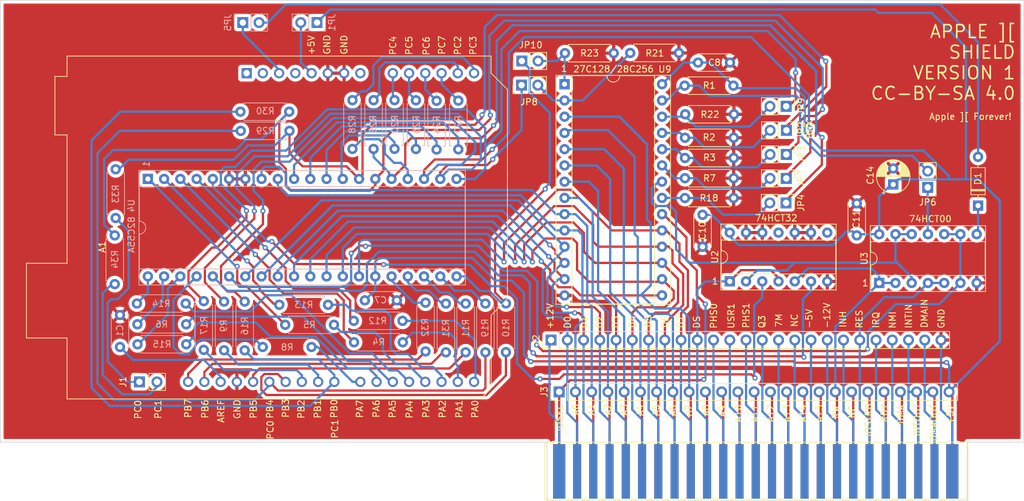
<source format=kicad_pcb>
(kicad_pcb (version 20211014) (generator pcbnew)
  (layers (0 "F.Cu" signal) (31 "B.Cu" signal) (34 "B.Paste" user) (35 "F.Paste" user) (36 "B.SilkS" user "B.Silkscreen") (37 "F.SilkS" user "F.Silkscreen") (38 "B.Mask" user) (39 "F.Mask" user) (44 "Edge.Cuts" user))
  (net 0 "")
  (net 1 "IOSEL")
  (net 2 "A0")
  (net 3 "A1")
  (net 4 "A2")
  (net 5 "A3")
  (net 6 "A4")
  (net 7 "A5")
  (net 8 "A6")
  (net 9 "A7")
  (net 10 "Net-(BUS1-Pad10)")
  (net 11 "Net-(BUS1-Pad11)")
  (net 12 "Net-(BUS1-Pad12)")
  (net 13 "Net-(BUS1-Pad13)")
  (net 14 "Net-(BUS1-Pad14)")
  (net 15 "Net-(BUS1-Pad15)")
  (net 16 "Net-(BUS1-Pad16)")
  (net 17 "Net-(BUS1-Pad17)")
  (net 18 "RW")
  (net 19 "Net-(BUS1-Pad19)")
  (net 20 "Net-(BUS1-Pad20)")
  (net 21 "Net-(BUS1-Pad21)")
  (net 22 "Net-(BUS1-Pad22)")
  (net 23 "Net-(BUS1-Pad23)")
  (net 24 "Net-(BUS1-Pad24)")
  (net 25 "+5V")
  (net 26 "GND")
  (net 27 "Net-(BUS1-Pad29)")
  (net 28 "Net-(BUS1-Pad30)")
  (net 29 "RES")
  (net 30 "Net-(BUS1-Pad32)")
  (net 31 "Net-(BUS1-Pad33)")
  (net 32 "Net-(BUS1-Pad34)")
  (net 33 "Net-(BUS1-Pad35)")
  (net 34 "Net-(BUS1-Pad36)")
  (net 35 "Net-(BUS1-Pad37)")
  (net 36 "Net-(BUS1-Pad38)")
  (net 37 "Net-(BUS1-Pad39)")
  (net 38 "Net-(BUS1-Pad40)")
  (net 39 "DS")
  (net 40 "D7")
  (net 41 "D6")
  (net 42 "D5")
  (net 43 "D4")
  (net 44 "D3")
  (net 45 "D2")
  (net 46 "D1")
  (net 47 "D0")
  (net 48 "Net-(BUS1-Pad50)")
  (net 49 "Net-(JP7-Pad2)")
  (net 50 "Net-(JP8-Pad2)")
  (net 51 "Net-(JP9-Pad2)")
  (net 52 "Net-(JP10-Pad2)")
  (net 53 "PB4")
  (net 54 "PB5")
  (net 55 "PB6")
  (net 56 "PB7")
  (net 57 "Net-(D1-Pad1)")
  (net 61 "PC0")
  (net 62 "PC1")
  (net 63 "PB0")
  (net 64 "PB1")
  (net 65 "PB2")
  (net 67 "PB3")
  (net 68 "Net-(JP6-Pad1)")
  (net 69 "PC2")
  (net 70 "Net-(JP6-Pad2)")
  (net 71 "Net-(JP2-Pad2)")
  (net 72 "Net-(JP3-Pad2)")
  (net 73 "Net-(JP4-Pad2)")
  (net 74 "Net-(U2-Pad3)")
  (net 75 "Net-(U2-Pad6)")
  (net 78 "Net-(A1-Pad5)")
  (net 79 "Net-(A1-Pad3)")
  (net 80 "Net-(U2-Pad2)")
  (net 81 "Net-(U3-Pad10)")
  (net 82 "RST")
  (net 83 "Net-(A1-Pad30)")
  (net 84 "Net-(A1-Pad28)")
  (net 85 "Net-(A1-Pad27)")
  (net 86 "Net-(A1-Pad26)")
  (net 87 "Net-(A1-Pad25)")
  (net 88 "Net-(A1-Pad24)")
  (net 89 "Net-(A1-Pad23)")
  (net 90 "Net-(A1-Pad22)")
  (net 91 "Net-(A1-Pad21)")
  (net 92 "Net-(A1-Pad20)")
  (net 93 "Net-(A1-Pad19)")
  (net 94 "Net-(A1-Pad18)")
  (net 95 "Net-(A1-Pad17)")
  (net 96 "Net-(A1-Pad16)")
  (net 97 "Net-(A1-Pad15)")
  (net 98 "Net-(A1-Pad14)")
  (net 99 "Net-(A1-Pad13)")
  (net 100 "Net-(A1-Pad12)")
  (net 101 "Net-(A1-Pad11)")
  (net 102 "Net-(A1-Pad10)")
  (net 103 "Net-(A1-Pad9)")
  (net 104 "PC4")
  (net 105 "PC3")
  (net 106 "PC5")
  (net 107 "PC7")
  (net 108 "PC6")
  (net 109 "Net-(A1-Pad32)")
  (net 110 "Net-(A1-Pad31)")
  (net 111 "PA1")
  (net 112 "PA3")
  (net 113 "PA5")
  (net 114 "PA7")
  (net 115 "PA0")
  (net 116 "PA2")
  (net 117 "PA4")
  (net 118 "PA6")
  (net 119 "Net-(J1-Pad2)")
  (net 120 "Net-(J1-Pad1)")
  (footprint "Diode_THT:D_DO-35_SOD27_P7.62mm_Horizontal" (layer "F.Cu") (at 185.88 57.49 90)
    (fp_text reference "D1")
    (fp_text value "1N4148")
  )
  (footprint "Resistor_THT:R_Axial_DIN0207_L6.3mm_D2.5mm_P7.62mm_Horizontal" (layer "F.Cu") (at 131.5 33.63)
    (fp_text reference "R21")
    (fp_text value "4k7")
  )
  (footprint "Connector_PinHeader_2.54mm:PinHeader_1x02_P2.54mm_Vertical" (layer "F.Cu") (at 178.01 54.64 180)
    (fp_text reference "JP6")
    (fp_text value "PROGRAM")
  )
  (footprint "Capacitor_THT:C_Disc_D5.0mm_W2.5mm_P5.00mm" (layer "F.Cu") (at 142.1 35.13)
    (fp_text reference "C8")
    (fp_text value "100 nF")
  )
  (footprint "Capacitor_THT:C_Disc_D5.0mm_W2.5mm_P5.00mm" (layer "F.Cu") (at 142.81 58.93 -90)
    (fp_text reference "C10")
    (fp_text value "100 nF")
  )
  (footprint "Connector_PinHeader_2.54mm:PinHeader_1x02_P2.54mm_Vertical" (layer "F.Cu") (at 114.555 34.89 90)
    (fp_text reference "JP10")
    (fp_text value "PG6")
  )
  (footprint "Resistor_THT:R_Axial_DIN0207_L6.3mm_D2.5mm_P7.62mm_Horizontal" (layer "F.Cu") (at 140.1 43.22)
    (fp_text reference "R22")
    (fp_text value "4k7")
  )
  (footprint "Connector_PinHeader_2.54mm:PinHeader_1x02_P2.54mm_Vertical" (layer "F.Cu") (at 155.92 45.72 -90)
    (fp_text reference "JP2")
    (fp_text value "PG0")
  )
  (footprint "Module:Arduino_UNO_R3" (layer "F.Cu") (at 71.525 36.79)
    (fp_text reference "A1")
    (fp_text value "Arduino_UNO_R3")
  )
  (footprint "Resistor_THT:R_Axial_DIN0207_L6.3mm_D2.5mm_P7.62mm_Horizontal" (layer "F.Cu") (at 140.05 56.31)
    (fp_text reference "R18")
    (fp_text value "4k7")
  )
  (footprint "Apple2Card:Apple2Slot" (layer "F.Cu") (at 119.38 93.98)
    (fp_text reference "BUS1" hide)
    (fp_text value "Apple2Bus")
  )
  (footprint "Connector_PinHeader_2.54mm:PinHeader_1x02_P2.54mm_Vertical" (layer "F.Cu") (at 155.885 41.97 -90)
    (fp_text reference "JP9")
    (fp_text value "PG5")
  )
  (footprint "Connector_PinHeader_2.54mm:PinHeader_1x25_P2.54mm_Vertical" (layer "F.Cu") (at 120.396 86.614 90)
    (fp_text reference "J3")
    (fp_text value "Conn_01x25")
  )
  (footprint "Connector_PinHeader_2.54mm:PinHeader_1x25_P2.54mm_Vertical" (layer "F.Cu") (at 119.13 78.51 90)
    (fp_text reference "J2")
    (fp_text value "Conn_01x25")
  )
  (footprint "Connector_PinHeader_2.54mm:PinHeader_1x02_P2.54mm_Vertical" (layer "F.Cu") (at 155.9 53.24 -90)
    (fp_text reference "JP7")
    (fp_text value "PG3")
  )
  (footprint "Resistor_THT:R_Axial_DIN0207_L6.3mm_D2.5mm_P7.62mm_Horizontal" (layer "F.Cu") (at 140.06 50.05)
    (fp_text reference "R3")
    (fp_text value "4k7")
  )
  (footprint "Resistor_THT:R_Axial_DIN0207_L6.3mm_D2.5mm_P7.62mm_Horizontal" (layer "F.Cu") (at 121.3 33.66)
    (fp_text reference "R23")
    (fp_text value "4k7")
  )
  (footprint "Package_DIP:DIP-14_W7.62mm_Socket" (layer "F.Cu") (at 147.066 69.342 90)
    (fp_text reference "U2")
    (fp_text value "74HCT32")
  )
  (footprint "Package_DIP:DIP-14_W7.62mm_Socket" (layer "F.Cu") (at 170.429 69.586 90)
    (fp_text reference "U3")
    (fp_text value "74HCT00")
  )
  (footprint "Resistor_THT:R_Axial_DIN0207_L6.3mm_D2.5mm_P7.62mm_Horizontal" (layer "F.Cu") (at 140.06 46.89)
    (fp_text reference "R2")
    (fp_text value "4k7")
  )
  (footprint "Resistor_THT:R_Axial_DIN0207_L6.3mm_D2.5mm_P7.62mm_Horizontal" (layer "F.Cu") (at 140.06 53.21)
    (fp_text reference "R7")
    (fp_text value "4k7")
  )
  (footprint "Connector_PinHeader_2.54mm:PinHeader_1x02_P2.54mm_Vertical" (layer "F.Cu") (at 155.91 49.49 -90)
    (fp_text reference "JP3")
    (fp_text value "PG1")
  )
  (footprint "Resistor_THT:R_Axial_DIN0207_L6.3mm_D2.5mm_P7.62mm_Horizontal" (layer "F.Cu") (at 147.63 38.74 180)
    (fp_text reference "R1")
    (fp_text value "10k")
  )
  (footprint "Connector_PinSocket_2.54mm:PinSocket_1x02_P2.54mm_Vertical" (layer "F.Cu") (at 54.97 85.05 90)
    (fp_text reference "J1")
    (fp_text value "Conn_01x02")
  )
  (footprint "Package_DIP:DIP-28_W15.24mm_Socket" (layer "F.Cu") (at 121.235 38.515)
    (fp_text reference "U9")
    (fp_text value "28C256")
  )
  (footprint "Connector_PinHeader_2.54mm:PinHeader_1x02_P2.54mm_Vertical" (layer "F.Cu") (at 114.515 38.66 90)
    (fp_text reference "JP8")
    (fp_text value "PG4")
  )
  (footprint "Connector_PinHeader_2.54mm:PinHeader_1x02_P2.54mm_Vertical" (layer "F.Cu") (at 155.865 57.07 -90)
    (fp_text reference "JP4")
    (fp_text value "PG2")
  )
  (footprint "Capacitor_THT:C_Disc_D5.0mm_W2.5mm_P5.00mm" (layer "F.Cu") (at 166.92 62.15 90)
    (fp_text reference "C11")
    (fp_text value "100 nF")
  )
  (footprint "Capacitor_THT:CP_Radial_D5.0mm_P2.50mm" (layer "F.Cu") (at 172.62 54.19 90)
    (fp_text reference "C14")
    (fp_text value "10 uF")
  )
  (footprint "Connector_PinHeader_2.54mm:PinHeader_1x02_P2.54mm_Vertical" (layer "B.Cu") (at 70.93 28.88 -90)
    (fp_text reference "JP5")
    (fp_text value "RST")
  )
  (footprint "Resistor_THT:R_Axial_DIN0207_L6.3mm_D2.5mm_P7.62mm_Horizontal" (layer "B.Cu") (at 98 48.65 90)
    (fp_text reference "R26")
    (fp_text value "1k")
  )
  (footprint "Resistor_THT:R_Axial_DIN0207_L6.3mm_D2.5mm_P7.62mm_Horizontal" (layer "B.Cu") (at 94.65 48.625 90)
    (fp_text reference "R20")
    (fp_text value "1k")
  )
  (footprint "Resistor_THT:R_Axial_DIN0207_L6.3mm_D2.5mm_P7.62mm_Horizontal" (layer "B.Cu") (at 68 80.12 90)
    (fp_text reference "R9")
    (fp_text value "1k")
  )
  (footprint "Resistor_THT:R_Axial_DIN0207_L6.3mm_D2.5mm_P7.62mm_Horizontal" (layer "B.Cu") (at 95.94 78.86 180)
    (fp_text reference "R4")
    (fp_text value "1k")
  )
  (footprint "Connector_PinHeader_2.54mm:PinHeader_1x02_P2.54mm_Vertical" (layer "B.Cu") (at 82.53 28.88 90)
    (fp_text reference "JP1")
    (fp_text value "PWR")
  )
  (footprint "Resistor_THT:R_Axial_DIN0207_L6.3mm_D2.5mm_P7.62mm_Horizontal" (layer "B.Cu") (at 112.07 80.41 90)
    (fp_text reference "R10")
    (fp_text value "1k")
  )
  (footprint "Resistor_THT:R_Axial_DIN0207_L6.3mm_D2.5mm_P7.62mm_Horizontal" (layer "B.Cu") (at 108.86 80.43 90)
    (fp_text reference "R19")
    (fp_text value "1k")
  )
  (footprint "Resistor_THT:R_Axial_DIN0207_L6.3mm_D2.5mm_P7.62mm_Horizontal" (layer "B.Cu") (at 88.075 48.635 90)
    (fp_text reference "R28")
    (fp_text value "1k")
  )
  (footprint "Resistor_THT:R_Axial_DIN0207_L6.3mm_D2.5mm_P7.62mm_Horizontal" (layer "B.Cu") (at 71.225 80.12 90)
    (fp_text reference "R16")
    (fp_text value "1k")
  )
  (footprint "Resistor_THT:R_Axial_DIN0207_L6.3mm_D2.5mm_P7.62mm_Horizontal" (layer "B.Cu") (at 104.625 48.7 90)
    (fp_text reference "R27")
    (fp_text value "1k")
  )
  (footprint "Resistor_THT:R_Axial_DIN0207_L6.3mm_D2.5mm_P7.62mm_Horizontal" (layer "B.Cu") (at 99.5 72.67 -90)
    (fp_text reference "R32")
    (fp_text value "1k")
  )
  (footprint "Resistor_THT:R_Axial_DIN0207_L6.3mm_D2.5mm_P7.62mm_Horizontal" (layer "B.Cu") (at 50.91 69.77 90)
    (fp_text reference "R34")
    (fp_text value "1k")
  )
  (footprint "Capacitor_THT:C_Disc_D5.0mm_W2.5mm_P5.00mm" (layer "B.Cu") (at 51.73 79.6 90)
    (fp_text reference "C1")
    (fp_text value "100 nF")
  )
  (footprint "Resistor_THT:R_Axial_DIN0207_L6.3mm_D2.5mm_P7.62mm_Horizontal" (layer "B.Cu") (at 105.77 80.43 90)
    (fp_text reference "R11")
    (fp_text value "1k")
  )
  (footprint "Resistor_THT:R_Axial_DIN0207_L6.3mm_D2.5mm_P7.62mm_Horizontal" (layer "B.Cu") (at 51.054 59.436 90)
    (fp_text reference "R33")
    (fp_text value "1k")
  )
  (footprint "Resistor_THT:R_Axial_DIN0207_L6.3mm_D2.5mm_P7.62mm_Horizontal" (layer "B.Cu") (at 81.67 79.6 180)
    (fp_text reference "R8")
    (fp_text value "1k")
  )
  (footprint "Resistor_THT:R_Axial_DIN0207_L6.3mm_D2.5mm_P7.62mm_Horizontal" (layer "B.Cu") (at 62.075 76.05 180)
    (fp_text reference "R6")
    (fp_text value "1k")
  )
  (footprint "Package_DIP:DIP-40_W15.24mm_Socket" (layer "B.Cu") (at 56.085 53.325 -90)
    (fp_text reference "U4")
    (fp_text value "82C55A")
  )
  (footprint "Resistor_THT:R_Axial_DIN0207_L6.3mm_D2.5mm_P7.62mm_Horizontal" (layer "B.Cu") (at 62.09 79.18 180)
    (fp_text reference "R15")
    (fp_text value "1k")
  )
  (footprint "Resistor_THT:R_Axial_DIN0207_L6.3mm_D2.5mm_P7.62mm_Horizontal" (layer "B.Cu") (at 85.18 76.13 180)
    (fp_text reference "R5")
    (fp_text value "1k")
  )
  (footprint "Resistor_THT:R_Axial_DIN0207_L6.3mm_D2.5mm_P7.62mm_Horizontal" (layer "B.Cu") (at 64.83 80.05 90)
    (fp_text reference "R17")
    (fp_text value "1k")
  )
  (footprint "Resistor_THT:R_Axial_DIN0207_L6.3mm_D2.5mm_P7.62mm_Horizontal" (layer "B.Cu") (at 84.26 73 180)
    (fp_text reference "R13")
    (fp_text value "1k")
  )
  (footprint "Resistor_THT:R_Axial_DIN0207_L6.3mm_D2.5mm_P7.62mm_Horizontal" (layer "B.Cu") (at 62 72.8 180)
    (fp_text reference "R14")
    (fp_text value "1k")
  )
  (footprint "Resistor_THT:R_Axial_DIN0207_L6.3mm_D2.5mm_P7.62mm_Horizontal" (layer "B.Cu") (at 70.61 45.81)
    (fp_text reference "R29")
    (fp_text value "1k")
  )
  (footprint "Resistor_THT:R_Axial_DIN0207_L6.3mm_D2.5mm_P7.62mm_Horizontal" (layer "B.Cu") (at 95.9 75.51 180)
    (fp_text reference "R12")
    (fp_text value "1k")
  )
  (footprint "Resistor_THT:R_Axial_DIN0207_L6.3mm_D2.5mm_P7.62mm_Horizontal" (layer "B.Cu") (at 91.375 48.635 90)
    (fp_text reference "R25")
    (fp_text value "1k")
  )
  (footprint "Resistor_THT:R_Axial_DIN0207_L6.3mm_D2.5mm_P7.62mm_Horizontal" (layer "B.Cu") (at 101.225 48.725 90)
    (fp_text reference "R24")
    (fp_text value "1k")
  )
  (footprint "Resistor_THT:R_Axial_DIN0207_L6.3mm_D2.5mm_P7.62mm_Horizontal" (layer "B.Cu") (at 70.57 42.81)
    (fp_text reference "R30")
    (fp_text value "1k")
  )
  (footprint "Capacitor_THT:C_Disc_D5.0mm_W2.5mm_P5.00mm" (layer "B.Cu") (at 90.01 72.31)
    (fp_text reference "C7")
    (fp_text value "100 nF")
  )
  (footprint "Resistor_THT:R_Axial_DIN0207_L6.3mm_D2.5mm_P7.62mm_Horizontal" (layer "B.Cu") (at 102.68 72.81 -90)
    (fp_text reference "R31")
    (fp_text value "1k")
  )
  (gr_line (start 184.277 94.488) (end 193.04 94.488) (layer "Edge.Cuts") (width 0.1))
  (gr_line (start 118.491 103.632) (end 184.277 103.632) (layer "Edge.Cuts") (width 0.1))
  (gr_line (start 33.02 94.488) (end 118.491 94.488) (layer "Edge.Cuts") (width 0.1))
  (gr_line (start 118.491 94.488) (end 118.491 103.632) (layer "Edge.Cuts") (width 0.1))
  (gr_line (start 193.04 25.4) (end 33.02 25.4) (layer "Edge.Cuts") (width 0.1))
  (gr_line (start 33.02 25.4) (end 33.02 94.488) (layer "Edge.Cuts") (width 0.1))
  (gr_line (start 184.277 103.632) (end 184.277 94.488) (layer "Edge.Cuts") (width 0.1))
  (gr_line (start 193.04 94.488) (end 193.04 25.4) (layer "Edge.Cuts") (width 0.1))
  (gr_text "82C55A" (at 53.52 62.04 90) (layer "B.SilkS") (effects (font (size 1 1)) (justify mirror)))
  (gr_text "1" (at 55.85 51.02 90) (layer "B.SilkS") (effects (font (size 1 1)) (justify mirror)))
  (gr_text "A7" (at 140.6 89.5 90) (layer "F.SilkS") (effects (font (size 1 1))))
  (gr_text "PC1" (at 85.32 92.4 90) (layer "F.SilkS") (effects (font (size 1 1))))
  (gr_text "D6" (at 136.98 75.66 90) (layer "F.SilkS") (effects (font (size 1 1))))
  (gr_text "PC6" (at 99.63 32.51 90) (layer "F.SilkS") (effects (font (size 1 1))))
  (gr_text "A10" (at 148.39 89.96 90) (layer "F.SilkS") (effects (font (size 1 1))))
  (gr_text "A6" (at 138.19 89.5 90) (layer "F.SilkS") (effects (font (size 1 1))))
  (gr_text "A8" (at 143.34 89.47 90) (layer "F.SilkS") (effects (font (size 1 1))))
  (gr_text "D5" (at 134.32 75.59 90) (layer "F.SilkS") (effects (font (size 1 1))))
  (gr_text "PB6" (at 65.03 89.29 90) (layer "F.SilkS") (effects (font (size 1 1))))
  (gr_text "IOSTRB" (at 168.78 91.04 90) (layer "F.SilkS") (effects (font (size 1 1))))
  (gr_text "PC1" (at 57.69 89.35 90) (layer "F.SilkS") (effects (font (size 1 1))))
  (gr_text "A15" (at 161.1 89.97 90) (layer "F.SilkS") (effects (font (size 1 1))))
  (gr_text "A3" (at 130.57 89.41 90) (layer "F.SilkS") (effects (font (size 1 1))))
  (gr_text "+12V" (at 118.97 74.76 90) (layer "F.SilkS") (effects (font (size 1 1))))
  (gr_text "27C128/28C256" (at 128.89 36.15) (layer "F.SilkS") (effects (font (size 1 1))))
  (gr_text "D1" (at 124.25 75.71 90) (layer "F.SilkS") (effects (font (size 1 1))))
  (gr_text "PB3" (at 77.64 89.18 90) (layer "F.SilkS") (effects (font (size 1 1))))
  (gr_text "PA2" (at 102.14 89.31 90) (layer "F.SilkS") (effects (font (size 1 1))))
  (gr_text "GND" (at 70.05 89.33 90) (layer "F.SilkS") (effects (font (size 1 1))))
  (gr_text "-5V" (at 159.46 75.16 90) (layer "F.SilkS") (effects (font (size 1 1))))
  (gr_text "Apple ][ Forever!" (at 184.68 43.58) (layer "F.SilkS") (effects (font (size 1 1))))
  (gr_text "INTOUT" (at 176.32 91.01 90) (layer "F.SilkS") (effects (font (size 1 1))))
  (gr_text "PC2" (at 104.54 32.46 90) (layer "F.SilkS") (effects (font (size 1 1))))
  (gr_text "A9" (at 145.9 89.6 90) (layer "F.SilkS") (effects (font (size 1 1))))
  (gr_text "PA3" (at 99.59 89.28 90) (layer "F.SilkS") (effects (font (size 1 1))))
  (gr_text "PHS0" (at 144.56 74.73 90) (layer "F.SilkS") (effects (font (size 1 1))))
  (gr_text "NC" (at 157.19 75.44 90) (layer "F.SilkS") (effects (font (size 1 1))))
  (gr_text "PA4" (at 96.98 89.36 90) (layer "F.SilkS") (effects (font (size 1 1))))
  (gr_text "PB5" (at 72.6 89.31 90) (layer "F.SilkS") (effects (font (size 1 1))))
  (gr_text "PA5" (at 94.33 89.3 90) (layer "F.SilkS") (effects (font (size 1 1))))
  (gr_text "APPLE ][\nSHIELD\nVERSION 1\nCC-BY-SA 4.0" (at 191.86 35.12) (layer "F.SilkS") (effects (font (size 2 2) (thickness 0.25)) (justify right)))
  (gr_text "GND" (at 180.12 75.16 90) (layer "F.SilkS") (effects (font (size 1 1))))
  (gr_text "AREF" (at 67.52 89.63 90) (layer "F.SilkS") (effects (font (size 1 1))))
  (gr_text "7M" (at 154.75 75.44 90) (layer "F.SilkS") (effects (font (size 1 1))))
  (gr_text "NC" (at 166.18 89.74 90) (layer "F.SilkS") (effects (font (size 1 1))))
  (gr_text "PB0" (at 85.21 89.23 90) (layer "F.SilkS") (effects (font (size 1 1))))
  (gr_text "A0" (at 122.97 89.37 90) (layer "F.SilkS") (effects (font (size 1 1))))
  (gr_text "D3" (at 129.19 75.71 90) (layer "F.SilkS") (effects (font (size 1 1))))
  (gr_text "A1" (at 125.39 89.37 90) (layer "F.SilkS") (effects (font (size 1 1))))
  (gr_text "D7" (at 139.33 75.67 90) (layer "F.SilkS") (effects (font (size 1 1))))
  (gr_text "PA1" (at 104.76 89.31 90) (layer "F.SilkS") (effects (font (size 1 1))))
  (gr_text "DMAOUT" (at 178.94 91.43 90) (layer "F.SilkS") (effects (font (size 1 1))))
  (gr_text "A13" (at 156.03 89.97 90) (layer "F.SilkS") (effects (font (size 1 1))))
  (gr_text "GND" (at 84.09 32.32 90) (layer "F.SilkS") (effects (font (size 1 1))))
  (gr_text "-12V" (at 162.25 74.67 90) (layer "F.SilkS") (effects (font (size 1 1))))
  (gr_text "PA0" (at 107.24 89.31 90) (layer "F.SilkS") (effects (font (size 1 1))))
  (gr_text "BNK" (at 159.55 45.54 90) (layer "F.SilkS") (effects (font (size 1 1))))
  (gr_text "RW" (at 163.62 89.77 90) (layer "F.SilkS") (effects (font (size 1 1))))
  (gr_text "A5" (at 135.55 89.46 90) (layer "F.SilkS") (effects (font (size 1 1))))
  (gr_text "DMA" (at 173.78 90.13 90) (layer "F.SilkS") (effects (font (size 1 1))))
  (gr_text "PC0" (at 75.23 92.57 90) (layer "F.SilkS") (effects (font (size 1 1))))
  (gr_text "GND" (at 86.77 32.34 90) (layer "F.SilkS") (effects (font (size 1 1))))
  (gr_text "D0" (at 121.71 75.74 90) (layer "F.SilkS") (effects (font (size 1 1))))
  (gr_text "1" (at 144.77 69.32) (layer "F.SilkS") (effects (font (size 1 1))))
  (gr_text "PA7" (at 89.22 89.29 90) (layer "F.SilkS") (effects (font (size 1 1))))
  (gr_text "+5V" (at 181.54 90.19 90) (layer "F.SilkS") (effects (font (size 1 1))))
  (gr_text "PHS1" (at 149.62 74.67 90) (layer "F.SilkS") (effects (font (size 1 1))))
  (gr_text "RES" (at 167.31 75.24 90) (layer "F.SilkS") (effects (font (size 1 1))))
  (gr_text "PB4" (at 75.17 89.3 90) (layer "F.SilkS") (effects (font (size 1 1))))
  (gr_text "RDY" (at 171.26 89.94 90) (layer "F.SilkS") (effects (font (size 1 1))))
  (gr_text "PC3" (at 106.94 32.46 90) (layer "F.SilkS") (effects (font (size 1 1))))
  (gr_text "A11" (at 150.99 89.98 90) (layer "F.SilkS") (effects (font (size 1 1))))
  (gr_text "PC0" (at 54.54 89.38 90) (layer "F.SilkS") (effects (font (size 1 1))))
  (gr_text "PB1" (at 82.63 89.28 90) (layer "F.SilkS") (effects (font (size 1 1))))
  (gr_text "+5V" (at 81.64 32.4 90) (layer "F.SilkS") (effects (font (size 1 1))))
  (gr_text "IOSEL" (at 120.45 90.7 90) (layer "F.SilkS") (effects (font (size 1 1))))
  (gr_text "PC5" (at 96.92 32.46 90) (layer "F.SilkS") (effects (font (size 1 1))))
  (gr_text "PB2" (at 80.06 89.32 90) (layer "F.SilkS") (effects (font (size 1 1))))
  (gr_text "INTIN" (at 175.03 74.79 90) (layer "F.SilkS") (effects (font (size 1 1))))
  (gr_text "A12" (at 153.45 89.95 90) (layer "F.SilkS") (effects (font (size 1 1))))
  (gr_text "PB7" (at 62.37 89.2 90) (layer "F.SilkS") (effects (font (size 1 1))))
  (gr_text "74HCT00" (at 178.42 59.58) (layer "F.SilkS") (effects (font (size 1 1))))
  (gr_text "DS" (at 141.9 75.71 90) (layer "F.SilkS") (effects (font (size 1 1))))
  (gr_text "DMAIN" (at 177.5 74.36 90) (layer "F.SilkS") (effects (font (size 1 1))))
  (gr_text "1" (at 121.158 36.068) (layer "F.SilkS") (effects (font (size 1 1))))
  (gr_text "PC4" (at 94.41 32.46 90) (layer "F.SilkS") (effects (font (size 1 1))))
  (gr_text "A2" (at 128.03 89.35 90) (layer "F.SilkS") (effects (font (size 1 1))))
  (gr_text "A4" (at 133.06 89.46 90) (layer "F.SilkS") (effects (font (size 1 1))))
  (gr_text "NMI" (at 172.51 75.37 90) (layer "F.SilkS") (effects (font (size 1 1))))
  (gr_text "Q3" (at 152.1 75.65 90) (layer "F.SilkS") (effects (font (size 1 1))))
  (gr_text "PC7" (at 102.06 32.41 90) (layer "F.SilkS") (effects (font (size 1 1))))
  (gr_text "USR1" (at 147.28 74.74 90) (layer "F.SilkS") (effects (font (size 1 1))))
  (gr_text "1" (at 168.25 69.6) (layer "F.SilkS") (effects (font (size 1 1))))
  (gr_text "D2" (at 126.69 75.71 90) (layer "F.SilkS") (effects (font (size 1 1))))
  (gr_text "PA6" (at 91.8 89.25 90) (layer "F.SilkS") (effects (font (size 1 1))))
  (gr_text "INH" (at 164.76 75.27 90) (layer "F.SilkS") (effects (font (size 1 1))))
  (gr_text "IRQ" (at 169.93 75.39 90) (layer "F.SilkS") (effects (font (size 1 1))))
  (gr_text "A14" (at 158.52 89.95 90) (layer "F.SilkS") (effects (font (size 1 1))))
  (gr_text "D4" (at 131.86 75.66 90) (layer "F.SilkS") (effects (font (size 1 1))))
  (gr_text "74HCT32" (at 154.32 59.44) (layer "F.SilkS") (effects (font (size 1 1))))
  (segment (start 142.88 84.8) (end 122.11 84.8) (width 0.35) (layer "F.Cu") (net 1))
  (segment (start 143.256 72.898) (end 141.91 71.552) (width 0.35) (layer "F.Cu") (net 1))
  (segment (start 140.3 62.47) (end 136.665 58.835) (width 0.35) (layer "F.Cu") (net 1))
  (segment (start 141.91 67.63) (end 140.3 66.02) (width 0.35) (layer "F.Cu") (net 1))
  (segment (start 140.3 66.02) (end 140.3 62.47) (width 0.35) (layer "F.Cu") (net 1))
  (segment (start 143 84.68) (end 142.88 84.8) (width 0.35) (layer "F.Cu") (net 1))
  (segment (start 120.396 86.514) (end 120.396 86.614) (width 0.35) (layer "F.Cu") (net 1))
  (segment (start 122.11 84.8) (end 120.396 86.514) (width 0.35) (layer "F.Cu") (net 1))
  (segment (start 141.91 71.552) (end 141.91 67.63) (width 0.35) (layer "F.Cu") (net 1))
  (segment (start 136.665 58.835) (end 136.475 58.835) (width 0.35) (layer "F.Cu") (net 1))
  (segment (start 120.396 99.06) (end 120.396 86.614) (width 0.35) (layer "F.Cu") (net 1))
  (via (at 143.256 72.898) (size 0.8) (drill 0.4) (layers "F.Cu" "B.Cu") (net 1))
  (via (at 143 84.68) (size 0.8) (drill 0.4) (layers "F.Cu" "B.Cu") (net 1))
  (segment (start 143.256 72.898) (end 143.27 72.912) (width 0.35) (layer "B.Cu") (net 1))
  (segment (start 143.27 84.41) (end 143 84.68) (width 0.35) (layer "B.Cu") (net 1))
  (segment (start 143.27 72.912) (end 143.27 84.41) (width 0.35) (layer "B.Cu") (net 1))
  (segment (start 123.19 86.868) (end 122.936 86.614) (width 0.35) (layer "F.Cu") (net 2))
  (segment (start 123.19 99.06) (end 123.19 86.868) (width 0.35) (layer "F.Cu") (net 2))
  (segment (start 123.325 61.375) (end 121.235 61.375) (width 0.35) (layer "B.Cu") (net 2))
  (segment (start 124.03 75.42) (end 124.03 62.08) (width 0.35) (layer "B.Cu") (net 2))
  (segment (start 119.865 61.375) (end 114.37 55.88) (width 0.35) (layer "B.Cu") (net 2))
  (segment (start 122.936 86.614) (end 122.936 76.514) (width 0.35) (layer "B.Cu") (net 2))
  (segment (start 122.936 76.514) (end 124.03 75.42) (width 0.35) (layer "B.Cu") (net 2))
  (segment (start 124.03 62.08) (end 123.325 61.375) (width 0.35) (layer "B.Cu") (net 2))
  (segment (start 121.235 61.375) (end 119.865 61.375) (width 0.35) (layer "B.Cu") (net 2))
  (segment (start 114.37 55.88) (end 77.88 55.88) (width 0.35) (layer "B.Cu") (net 2))
  (segment (start 77.88 55.88) (end 76.405 54.405) (width 0.35) (layer "B.Cu") (net 2))
  (segment (start 76.405 54.405) (end 76.405 53.325) (width 0.35) (layer "B.Cu") (net 2))
  (segment (start 125.73 86.868) (end 125.476 86.614) (width 0.35) (layer "F.Cu") (net 3))
  (segment (start 125.73 99.06) (end 125.73 86.868) (width 0.35) (layer "F.Cu") (net 3))
  (segment (start 124.78 72.51) (end 124.78 60.68) (width 0.35) (layer "B.Cu") (net 3))
  (segment (start 122.935 58.835) (end 121.235 58.835) (width 0.35) (layer "B.Cu") (net 3))
  (segment (start 73.865 51.895) (end 73.865 53.325) (width 0.35) (layer "B.Cu") (net 3))
  (segment (start 77.7 52.48) (end 76.65 51.43) (width 0.35) (layer "B.Cu") (net 3))
  (segment (start 78.27 55.06) (end 77.7 54.49) (width 0.35) (layer "B.Cu") (net 3))
  (segment (start 76.65 51.43) (end 74.33 51.43) (width 0.35) (layer "B.Cu") (net 3))
  (segment (start 124.78 60.68) (end 122.935 58.835) (width 0.35) (layer "B.Cu") (net 3))
  (segment (start 119.905 58.835) (end 116.13 55.06) (width 0.35) (layer "B.Cu") (net 3))
  (segment (start 116.13 55.06) (end 78.27 55.06) (width 0.35) (layer "B.Cu") (net 3))
  (segment (start 77.7 54.49) (end 77.7 52.48) (width 0.35) (layer "B.Cu") (net 3))
  (segment (start 74.33 51.43) (end 73.865 51.895) (width 0.35) (layer "B.Cu") (net 3))
  (segment (start 125.476 86.614) (end 125.476 73.206) (width 0.35) (layer "B.Cu") (net 3))
  (segment (start 125.476 73.206) (end 124.78 72.51) (width 0.35) (layer "B.Cu") (net 3))
  (segment (start 121.235 58.835) (end 119.905 58.835) (width 0.35) (layer "B.Cu") (net 3))
  (segment (start 128.27 86.868) (end 128.016 86.614) (width 0.35) (layer "F.Cu") (net 4))
  (segment (start 128.27 99.06) (end 128.27 86.868) (width 0.35) (layer "F.Cu") (net 4))
  (segment (start 125.63 71.75) (end 125.63 58.42) (width 0.35) (layer "B.Cu") (net 4))
  (segment (start 125.63 58.42) (end 123.505 56.295) (width 0.35) (layer "B.Cu") (net 4))
  (segment (start 128.016 74.136) (end 125.63 71.75) (width 0.35) (layer "B.Cu") (net 4))
  (segment (start 128.016 86.614) (end 128.016 74.136) (width 0.35) (layer "B.Cu") (net 4))
  (segment (start 123.505 56.295) (end 121.235 56.295) (width 0.35) (layer "B.Cu") (net 4))
  (segment (start 130.81 99.06) (end 130.81 86.868) (width 0.35) (layer "F.Cu") (net 5))
  (segment (start 130.81 86.868) (end 130.556 86.614) (width 0.35) (layer "F.Cu") (net 5))
  (segment (start 130.556 86.614) (end 130.556 74.896) (width 0.35) (layer "B.Cu") (net 5))
  (segment (start 126.48 70.82) (end 126.48 55.21) (width 0.35) (layer "B.Cu") (net 5))
  (segment (start 130.556 74.896) (end 126.48 70.82) (width 0.35) (layer "B.Cu") (net 5))
  (segment (start 125.025 53.755) (end 121.235 53.755) (width 0.35) (layer "B.Cu") (net 5))
  (segment (start 126.48 55.21) (end 125.025 53.755) (width 0.35) (layer "B.Cu") (net 5))
  (segment (start 133.35 99.06) (end 133.35 86.868) (width 0.35) (layer "F.Cu") (net 6))
  (segment (start 133.35 86.868) (end 133.096 86.614) (width 0.35) (layer "F.Cu") (net 6))
  (segment (start 133.096 86.614) (end 133.096 75.806) (width 0.35) (layer "B.Cu") (net 6))
  (segment (start 128.37 53.34) (end 126.245 51.215) (width 0.35) (layer "B.Cu") (net 6))
  (segment (start 128.37 71.08) (end 128.37 53.34) (width 0.35) (layer "B.Cu") (net 6))
  (segment (start 126.245 51.215) (end 121.235 51.215) (width 0.35) (layer "B.Cu") (net 6))
  (segment (start 133.096 75.806) (end 128.37 71.08) (width 0.35) (layer "B.Cu") (net 6))
  (segment (start 135.89 99.06) (end 135.89 86.868) (width 0.35) (layer "F.Cu") (net 7))
  (segment (start 135.89 86.868) (end 135.636 86.614) (width 0.35) (layer "F.Cu") (net 7))
  (segment (start 135.636 86.614) (end 135.636 75.536) (width 0.35) (layer "B.Cu") (net 7))
  (segment (start 130.5 51.73) (end 127.445 48.675) (width 0.35) (layer "B.Cu") (net 7))
  (segment (start 127.445 48.675) (end 121.235 48.675) (width 0.35) (layer "B.Cu") (net 7))
  (segment (start 133.86 75.25) (end 130.5 71.89) (width 0.35) (layer "B.Cu") (net 7))
  (segment (start 135.636 75.536) (end 135.35 75.25) (width 0.35) (layer "B.Cu") (net 7))
  (segment (start 135.35 75.25) (end 133.86 75.25) (width 0.35) (layer "B.Cu") (net 7))
  (segment (start 130.5 71.89) (end 130.5 51.73) (width 0.35) (layer "B.Cu") (net 7))
  (segment (start 138.43 99.06) (end 138.43 86.868) (width 0.35) (layer "F.Cu") (net 8))
  (segment (start 138.43 86.868) (end 138.176 86.614) (width 0.35) (layer "F.Cu") (net 8))
  (segment (start 132.19 49.87) (end 128.02 45.7) (width 0.35) (layer "B.Cu") (net 8))
  (segment (start 121.66 45.71) (end 121.235 46.135) (width 0.35) (layer "B.Cu") (net 8))
  (segment (start 134.49 74.43) (end 132.68 72.62) (width 0.35) (layer "B.Cu") (net 8))
  (segment (start 138.176 86.614) (end 138.176 75.096) (width 0.35) (layer "B.Cu") (net 8))
  (segment (start 128.02 45.7) (end 122.04 45.7) (width 0.35) (layer "B.Cu") (net 8))
  (segment (start 122.03 45.71) (end 121.66 45.71) (width 0.35) (layer "B.Cu") (net 8))
  (segment (start 132.19 61.925325) (end 132.19 49.87) (width 0.35) (layer "B.Cu") (net 8))
  (segment (start 138.176 75.096) (end 137.51 74.43) (width 0.35) (layer "B.Cu") (net 8))
  (segment (start 137.51 74.43) (end 134.49 74.43) (width 0.35) (layer "B.Cu") (net 8))
  (segment (start 132.68 72.62) (end 132.68 62.415325) (width 0.35) (layer "B.Cu") (net 8))
  (segment (start 132.68 62.415325) (end 132.19 61.925325) (width 0.35) (layer "B.Cu") (net 8))
  (segment (start 122.04 45.7) (end 122.03 45.71) (width 0.35) (layer "B.Cu") (net 8))
  (segment (start 140.97 99.06) (end 140.97 86.868) (width 0.35) (layer "F.Cu") (net 9))
  (segment (start 140.97 86.868) (end 140.716 86.614) (width 0.35) (layer "F.Cu") (net 9))
  (segment (start 134.71 69.95904) (end 134.71 60.25) (width 0.35) (layer "B.Cu") (net 9))
  (segment (start 129.825 43.595) (end 121.235 43.595) (width 0.35) (layer "B.Cu") (net 9))
  (segment (start 134.12 59.66) (end 134.12 47.89) (width 0.35) (layer "B.Cu") (net 9))
  (segment (start 140.716 74.986) (end 139.31 73.58) (width 0.35) (layer "B.Cu") (net 9))
  (segment (start 134.71 60.25) (end 134.12 59.66) (width 0.35) (layer "B.Cu") (net 9))
  (segment (start 139.31 73.58) (end 135.37 73.58) (width 0.35) (layer "B.Cu") (net 9))
  (segment (start 133.22952 71.43952) (end 134.71 69.95904) (width 0.35) (layer "B.Cu") (net 9))
  (segment (start 140.716 86.614) (end 140.716 74.986) (width 0.35) (layer "B.Cu") (net 9))
  (segment (start 134.12 47.89) (end 129.825 43.595) (width 0.35) (layer "B.Cu") (net 9))
  (segment (start 135.37 73.58) (end 133.22952 71.43952) (width 0.35) (layer "B.Cu") (net 9))
  (segment (start 143.51 99.06) (end 143.51 86.868) (width 0.35) (layer "F.Cu") (net 10))
  (segment (start 143.51 86.868) (end 143.256 86.614) (width 0.35) (layer "F.Cu") (net 10))
  (segment (start 146.05 86.868) (end 145.796 86.614) (width 0.35) (layer "F.Cu") (net 11))
  (segment (start 146.05 99.06) (end 146.05 86.868) (width 0.35) (layer "F.Cu") (net 11))
  (segment (start 148.59 86.868) (end 148.336 86.614) (width 0.35) (layer "F.Cu") (net 12))
  (segment (start 148.59 99.06) (end 148.59 86.868) (width 0.35) (layer "F.Cu") (net 12))
  (segment (start 151.13 86.868) (end 150.876 86.614) (width 0.35) (layer "F.Cu") (net 13))
  (segment (start 151.13 99.06) (end 151.13 86.868) (width 0.35) (layer "F.Cu") (net 13))
  (segment (start 153.67 86.868) (end 153.416 86.614) (width 0.35) (layer "F.Cu") (net 14))
  (segment (start 153.67 99.06) (end 153.67 86.868) (width 0.35) (layer "F.Cu") (net 14))
  (segment (start 156.21 86.868) (end 155.956 86.614) (width 0.35) (layer "F.Cu") (net 15))
  (segment (start 156.21 99.06) (end 156.21 86.868) (width 0.35) (layer "F.Cu") (net 15))
  (segment (start 158.75 99.06) (end 158.75 86.868) (width 0.35) (layer "F.Cu") (net 16))
  (segment (start 158.75 86.868) (end 158.496 86.614) (width 0.35) (layer "F.Cu") (net 16))
  (segment (start 161.29 86.868) (end 161.036 86.614) (width 0.35) (layer "F.Cu") (net 17))
  (segment (start 161.29 99.06) (end 161.29 86.868) (width 0.35) (layer "F.Cu") (net 17))
  (segment (start 163.83 99.06) (end 163.83 86.868) (width 0.35) (layer "F.Cu") (net 18))
  (segment (start 163.83 86.868) (end 163.576 86.614) (width 0.35) (layer "F.Cu") (net 18))
  (segment (start 163.576 76.439) (end 170.429 69.586) (width 0.35) (layer "B.Cu") (net 18))
  (segment (start 157.226 69.342) (end 159.248 67.32) (width 0.35) (layer "B.Cu") (net 18))
  (segment (start 163.576 86.614) (end 163.576 76.439) (width 0.35) (layer "B.Cu") (net 18))
  (segment (start 170.429 69.586) (end 170.429 68.529) (width 0.35) (layer "B.Cu") (net 18))
  (segment (start 172.969 69.586) (end 170.429 69.586) (width 0.35) (layer "B.Cu") (net 18))
  (segment (start 159.248 67.32) (end 169.22 67.32) (width 0.35) (layer "B.Cu") (net 18))
  (segment (start 170.429 68.529) (end 169.22 67.32) (width 0.35) (layer "B.Cu") (net 18))
  (segment (start 166.37 86.868) (end 166.116 86.614) (width 0.35) (layer "F.Cu") (net 19))
  (segment (start 166.37 99.06) (end 166.37 86.868) (width 0.35) (layer "F.Cu") (net 19))
  (segment (start 168.91 99.06) (end 168.91 86.868) (width 0.35) (layer "F.Cu") (net 20))
  (segment (start 168.91 86.868) (end 168.656 86.614) (width 0.35) (layer "F.Cu") (net 20))
  (segment (start 171.45 99.06) (end 171.45 86.868) (width 0.35) (layer "F.Cu") (net 21))
  (segment (start 171.45 86.868) (end 171.196 86.614) (width 0.35) (layer "F.Cu") (net 21))
  (segment (start 173.99 99.06) (end 173.99 86.868) (width 0.35) (layer "F.Cu") (net 22))
  (segment (start 173.99 86.868) (end 173.736 86.614) (width 0.35) (layer "F.Cu") (net 22))
  (segment (start 176.53 86.868) (end 176.276 86.614) (width 0.35) (layer "F.Cu") (net 23))
  (segment (start 176.53 99.06) (end 176.53 86.868) (width 0.35) (layer "F.Cu") (net 23))
  (segment (start 175.006 86.494) (end 175.006 89.408) (width 0.35) (layer "B.Cu") (net 23))
  (segment (start 175.006 86.494) (end 175.006 81.394) (width 0.35) (layer "B.Cu") (net 23))
  (segment (start 175.006 81.394) (end 175.01 81.39) (width 0.35) (layer "B.Cu") (net 23))
  (segment (start 176.53 90.932) (end 176.53 99.06) (width 0.35) (layer "B.Cu") (net 23))
  (segment (start 176.276 86.614) (end 175.126 86.614) (width 0.35) (layer "B.Cu") (net 23))
  (segment (start 175.006 89.408) (end 176.53 90.932) (width 0.35) (layer "B.Cu") (net 23))
  (segment (start 175.126 86.614) (end 175.006 86.494) (width 0.35) (layer "B.Cu") (net 23))
  (segment (start 175.01 81.39) (end 175.01 78.51) (width 0.35) (layer "B.Cu") (net 23))
  (segment (start 179.07 86.868) (end 178.816 86.614) (width 0.35) (layer "F.Cu") (net 24))
  (segment (start 179.07 99.06) (end 179.07 86.868) (width 0.35) (layer "F.Cu") (net 24))
  (segment (start 177.594 86.614) (end 178.816 86.614) (width 0.35) (layer "B.Cu") (net 24))
  (segment (start 177.54 86.56) (end 177.54 78.52) (width 0.35) (layer "B.Cu") (net 24))
  (segment (start 177.54 89.656) (end 179.07 91.186) (width 0.35) (layer "B.Cu") (net 24))
  (segment (start 179.07 91.186) (end 179.07 99.06) (width 0.35) (layer "B.Cu") (net 24))
  (segment (start 177.54 86.56) (end 177.594 86.614) (width 0.35) (layer "B.Cu") (net 24))
  (segment (start 177.54 78.52) (end 177.55 78.51) (width 0.35) (layer "B.Cu") (net 24))
  (segment (start 177.54 86.56) (end 177.54 89.656) (width 0.35) (layer "B.Cu") (net 24))
  (segment (start 157.27 82.05) (end 180.92 82.05) (width 0.35) (layer "F.Cu") (net 25))
  (segment (start 181.864 87.122) (end 181.356 86.614) (width 0.35) (layer "F.Cu") (net 25))
  (segment (start 157.24 82.08) (end 157.27 82.05) (width 0.35) (layer "F.Cu") (net 25))
  (segment (start 115.99 81.84) (end 157 81.84) (width 0.35) (layer "F.Cu") (net 25))
  (segment (start 157 81.84) (end 157.24 82.08) (width 0.35) (layer "F.Cu") (net 25))
  (segment (start 180.92 82.05) (end 180.95 82.02) (width 0.35) (layer "F.Cu") (net 25))
  (segment (start 181.864 99.06) (end 181.864 87.122) (width 0.35) (layer "F.Cu") (net 25))
  (segment (start 115.95 81.88) (end 115.99 81.84) (width 0.35) (layer "F.Cu") (net 25))
  (via (at 180.95 82.02) (size 0.8) (drill 0.4) (layers "F.Cu" "B.Cu") (net 25))
  (via (at 115.95 81.88) (size 0.8) (drill 0.4) (layers "F.Cu" "B.Cu") (net 25))
  (segment (start 114.88 80.81) (end 114.88 71.13) (width 0.35) (layer "B.Cu") (net 25))
  (segment (start 184 32.73) (end 184 53.38) (width 0.35) (layer "B.Cu") (net 25))
  (segment (start 158.77 46.06) (end 158.77 40.5) (width 0.35) (layer "B.Cu") (net 25))
  (segment (start 148.43 63.66) (end 163.18 63.66) (width 0.35) (layer "B.Cu") (net 25))
  (segment (start 142.81 58.93) (end 144.274 58.93) (width 0.35) (layer "B.Cu") (net 25))
  (segment (start 169.78 26.84) (end 170.3 27.36) (width 0.35) (layer "B.Cu") (net 25))
  (segment (start 167.104 61.966) (end 166.92 62.15) (width 0.35) (layer "B.Cu") (net 25))
  (segment (start 114.88 71.13) (end 112.96 69.21) (width 0.35) (layer "B.Cu") (net 25))
  (segment (start 181.316 53.38) (end 181.316 52.846) (width 0.35) (layer "B.Cu") (net 25))
  (segment (start 115.95 81.88) (end 114.88 80.81) (width 0.35) (layer "B.Cu") (net 25))
  (segment (start 170.429 56.061) (end 172.3 54.19) (width 0.35) (layer "B.Cu") (net 25))
  (segment (start 166.3 61.53) (end 166.92 62.15) (width 0.35) (layer "B.Cu") (net 25))
  (segment (start 172.3 54.19) (end 172.62 54.19) (width 0.35) (layer "B.Cu") (net 25))
  (segment (start 178.63 27.36) (end 184 32.73) (width 0.35) (layer "B.Cu") (net 25))
  (segment (start 170.429 61.966) (end 170.429 56.061) (width 0.35) (layer "B.Cu") (net 25))
  (segment (start 148.02 39.13) (end 147.63 38.74) (width 0.35) (layer "B.Cu") (net 25))
  (segment (start 163.18 63.66) (end 165.31 61.53) (width 0.35) (layer "B.Cu") (net 25))
  (segment (start 181.306 53.39) (end 173.42 53.39) (width 0.35) (layer "B.Cu") (net 25))
  (segment (start 144.02 35.13) (end 147.63 38.74) (width 0.35) (layer "B.Cu") (net 25))
  (segment (start 91.645 66.235) (end 91.645 68.565) (width 0.35) (layer "B.Cu") (net 25))
  (segment (start 185.92 53.38) (end 184 53.38) (width 0.35) (layer "B.Cu") (net 25))
  (segment (start 144.274 58.93) (end 147.066 61.722) (width 0.35) (layer "B.Cu") (net 25))
  (segment (start 181.316 52.846) (end 177.36 48.89) (width 0.35) (layer "B.Cu") (net 25))
  (segment (start 181.356 86.614) (end 189.29 78.68) (width 0.35) (layer "B.Cu") (net 25))
  (segment (start 181.356 82.426) (end 181.356 86.614) (width 0.35) (layer "B.Cu") (net 25))
  (segment (start 136.475 38.515) (end 139.86 35.13) (width 0.35) (layer "B.Cu") (net 25))
  (segment (start 110.34 69.21) (end 106.82 65.69) (width 0.35) (layer "B.Cu") (net 25))
  (segment (start 147.066 61.722) (end 147.066 62.296) (width 0.35) (layer "B.Cu") (net 25))
  (segment (start 180.95 82.02) (end 181.356 82.426) (width 0.35) (layer "B.Cu") (net 25))
  (segment (start 157.4 39.13) (end 148.02 39.13) (width 0.35) (layer "B.Cu") (net 25))
  (segment (start 92.19 65.69) (end 91.645 66.235) (width 0.35) (layer "B.Cu") (net 25))
  (segment (start 91.645 70.675) (end 90.01 72.31) (width 0.35) (layer "B.Cu") (net 25))
  (segment (start 142.1 35.13) (end 144.02 35.13) (width 0.35) (layer "B.Cu") (net 25))
  (segment (start 82.53 28.88) (end 84.57 26.84) (width 0.35) (layer "B.Cu") (net 25))
  (segment (start 91.645 68.565) (end 91.645 70.675) (width 0.35) (layer "B.Cu") (net 25))
  (segment (start 165.31 61.53) (end 166.3 61.53) (width 0.35) (layer "B.Cu") (net 25))
  (segment (start 139.86 35.13) (end 142.1 35.13) (width 0.35) (layer "B.Cu") (net 25))
  (segment (start 158.77 40.5) (end 157.4 39.13) (width 0.35) (layer "B.Cu") (net 25))
  (segment (start 177.36 48.89) (end 161.6 48.89) (width 0.35) (layer "B.Cu") (net 25))
  (segment (start 112.96 69.21) (end 110.34 69.21) (width 0.35) (layer "B.Cu") (net 25))
  (segment (start 147.066 62.296) (end 148.43 63.66) (width 0.35) (layer "B.Cu") (net 25))
  (segment (start 173.42 53.39) (end 172.62 54.19) (width 0.35) (layer "B.Cu") (net 25))
  (segment (start 170.3 27.36) (end 178.63 27.36) (width 0.35) (layer "B.Cu") (net 25))
  (segment (start 170.429 61.966) (end 167.104 61.966) (width 0.35) (layer "B.Cu") (net 25))
  (segment (start 184 53.38) (end 181.316 53.38) (width 0.35) (layer "B.Cu") (net 25))
  (segment (start 189.29 78.68) (end 189.29 56.75) (width 0.35) (layer "B.Cu") (net 25))
  (segment (start 189.29 56.75) (end 185.92 53.38) (width 0.35) (layer "B.Cu") (net 25))
  (segment (start 161.6 48.89) (end 158.77 46.06) (width 0.35) (layer "B.Cu") (net 25))
  (segment (start 106.82 65.69) (end 92.19 65.69) (width 0.35) (layer "B.Cu") (net 25))
  (segment (start 181.316 53.38) (end 181.306 53.39) (width 0.35) (layer "B.Cu") (net 25))
  (segment (start 84.57 26.84) (end 169.78 26.84) (width 0.35) (layer "B.Cu") (net 25))
  (segment (start 142.81 62.8) (end 142.81 63.93) (width 0.35) (layer "F.Cu") (net 26))
  (segment (start 138.97 58.96) (end 142.81 62.8) (width 0.35) (layer "F.Cu") (net 26))
  (segment (start 180.09 89.412) (end 180.09 78.51) (width 0.35) (layer "B.Cu") (net 26))
  (segment (start 181.864 99.06) (end 181.864 91.186) (width 0.35) (layer "B.Cu") (net 26))
  (segment (start 181.864 91.186) (end 180.09 89.412) (width 0.35) (layer "B.Cu") (net 26))
  (segment (start 172.47 81.095) (end 172.47 78.51) (width 0.35) (layer "B.Cu") (net 27))
  (segment (start 173.99 99.06) (end 173.99 91.694) (width 0.35) (layer "B.Cu") (net 27))
  (segment (start 172.48 90.184) (end 172.48 81.105) (width 0.35) (layer "B.Cu") (net 27))
  (segment (start 172.48 81.105) (end 172.47 81.095) (width 0.35) (layer "B.Cu") (net 27))
  (segment (start 173.99 91.694) (end 172.48 90.184) (width 0.35) (layer "B.Cu") (net 27))
  (segment (start 171.45 90.932) (end 169.94 89.422) (width 0.35) (layer "B.Cu") (net 28))
  (segment (start 169.94 89.422) (end 169.94 78.52) (width 0.35) (layer "B.Cu") (net 28))
  (segment (start 171.45 99.06) (end 171.45 90.932) (width 0.35) (layer "B.Cu") (net 28))
  (segment (start 169.94 78.52) (end 169.93 78.51) (width 0.35) (layer "B.Cu") (net 28))
  (segment (start 175.815 71.82) (end 178.049 69.586) (width 0.35) (layer "B.Cu") (net 29))
  (segment (start 167.39 89.36) (end 168.91 90.88) (width 0.35) (layer "B.Cu") (net 29))
  (segment (start 178.049 69.586) (end 180.589 69.586) (width 0.35) (layer "B.Cu") (net 29))
  (segment (start 167.39 75.65) (end 171.22 71.82) (width 0.35) (layer "B.Cu") (net 29))
  (segment (start 167.39 78.51) (end 167.39 75.65) (width 0.35) (layer "B.Cu") (net 29))
  (segment (start 171.22 71.82) (end 175.815 71.82) (width 0.35) (layer "B.Cu") (net 29))
  (segment (start 168.91 90.88) (end 168.91 99.06) (width 0.35) (layer "B.Cu") (net 29))
  (segment (start 167.39 78.51) (end 167.39 89.36) (width 0.35) (layer "B.Cu") (net 29))
  (segment (start 164.85 89.666) (end 164.85 78.51) (width 0.35) (layer "B.Cu") (net 30))
  (segment (start 166.37 99.06) (end 166.37 91.186) (width 0.35) (layer "B.Cu") (net 30))
  (segment (start 166.37 91.186) (end 164.85 89.666) (width 0.35) (layer "B.Cu") (net 30))
  (segment (start 163.83 91.44) (end 162.31 89.92) (width 0.35) (layer "B.Cu") (net 31))
  (segment (start 163.83 99.06) (end 163.83 91.44) (width 0.35) (layer "B.Cu") (net 31))
  (segment (start 162.31 89.92) (end 162.31 78.51) (width 0.35) (layer "B.Cu") (net 31))
  (segment (start 159.76 80.71) (end 159.77 80.7) (width 0.35) (layer "B.Cu") (net 32))
  (segment (start 161.29 91.186) (end 159.76 89.656) (width 0.35) (layer "B.Cu") (net 32))
  (segment (start 161.29 99.06) (end 161.29 91.186) (width 0.35) (layer "B.Cu") (net 32))
  (segment (start 159.77 80.7) (end 159.77 78.51) (width 0.35) (layer "B.Cu") (net 32))
  (segment (start 159.76 89.656) (end 159.76 80.71) (width 0.35) (layer "B.Cu") (net 32))
  (segment (start 157.23 80.99) (end 157.23 78.51) (width 0.35) (layer "B.Cu") (net 33))
  (segment (start 157.21 81.01) (end 157.23 80.99) (width 0.35) (layer "B.Cu") (net 33))
  (segment (start 158.75 90.678) (end 157.21 89.138) (width 0.35) (layer "B.Cu") (net 33))
  (segment (start 157.21 89.138) (end 157.21 81.01) (width 0.35) (layer "B.Cu") (net 33))
  (segment (start 158.75 99.06) (end 158.75 90.678) (width 0.35) (layer "B.Cu") (net 33))
  (segment (start 156.21 99.06) (end 156.21 91.186) (width 0.35) (layer "B.Cu") (net 34))
  (segment (start 154.7 89.676) (end 154.7 78.52) (width 0.35) (layer "B.Cu") (net 34))
  (segment (start 156.21 91.186) (end 154.7 89.676) (width 0.35) (layer "B.Cu") (net 34))
  (segment (start 154.7 78.52) (end 154.69 78.51) (width 0.35) (layer "B.Cu") (net 34))
  (segment (start 153.67 91.186) (end 152.16 89.676) (width 0.35) (layer "B.Cu") (net 35))
  (segment (start 153.67 99.06) (end 153.67 91.186) (width 0.35) (layer "B.Cu") (net 35))
  (segment (start 152.16 89.676) (end 152.16 78.52) (width 0.35) (layer "B.Cu") (net 35))
  (segment (start 152.16 78.52) (end 152.15 78.51) (width 0.35) (layer "B.Cu") (net 35))
  (segment (start 151.13 90.17) (end 149.61 88.65) (width 0.35) (layer "B.Cu") (net 36))
  (segment (start 151.13 99.06) (end 151.13 90.17) (width 0.35) (layer "B.Cu") (net 36))
  (segment (start 149.61 88.65) (end 149.61 78.51) (width 0.35) (layer "B.Cu") (net 36))
  (segment (start 147.07 80.91) (end 147.07 78.51) (width 0.35) (layer "B.Cu") (net 37))
  (segment (start 148.59 90.424) (end 147.08 88.914) (width 0.35) (layer "B.Cu") (net 37))
  (segment (start 147.08 88.914) (end 147.08 80.92) (width 0.35) (layer "B.Cu") (net 37))
  (segment (start 147.08 80.92) (end 147.07 80.91) (width 0.35) (layer "B.Cu") (net 37))
  (segment (start 148.59 99.06) (end 148.59 90.424) (width 0.35) (layer "B.Cu") (net 37))
  (segment (start 144.52 78.52) (end 144.53 78.51) (width 0.35) (layer "B.Cu") (net 38))
  (segment (start 144.52 89.402) (end 144.52 78.52) (width 0.35) (layer "B.Cu") (net 38))
  (segment (start 146.05 99.06) (end 146.05 90.932) (width 0.35) (layer "B.Cu") (net 38))
  (segment (start 146.05 90.932) (end 144.52 89.402) (width 0.35) (layer "B.Cu") (net 38))
  (segment (start 153.47 67.58) (end 154.686 68.796) (width 0.35) (layer "F.Cu") (net 39))
  (segment (start 154.686 68.796) (end 154.686 69.342) (width 0.35) (layer "F.Cu") (net 39))
  (segment (start 147.066 69.342) (end 148.828 67.58) (width 0.35) (layer "F.Cu") (net 39))
  (segment (start 148.828 67.58) (end 153.47 67.58) (width 0.35) (layer "F.Cu") (net 39))
  (segment (start 141.98 89.402) (end 141.98 81.03) (width 0.35) (layer "B.Cu") (net 39))
  (segment (start 141.99 70.608) (end 143.256 69.342) (width 0.35) (layer "B.Cu") (net 39))
  (segment (start 141.98 81.03) (end 141.99 81.02) (width 0.35) (layer "B.Cu") (net 39))
  (segment (start 141.99 78.51) (end 141.99 70.608) (width 0.35) (layer "B.Cu") (net 39))
  (segment (start 143.51 99.06) (end 143.51 90.932) (width 0.35) (layer "B.Cu") (net 39))
  (segment (start 143.51 90.932) (end 141.98 89.402) (width 0.35) (layer "B.Cu") (net 39))
  (segment (start 143.256 69.342) (end 147.066 69.342) (width 0.35) (layer "B.Cu") (net 39))
  (segment (start 141.99 81.02) (end 141.99 78.51) (width 0.35) (layer "B.Cu") (net 39))
  (segment (start 111.77 63.38) (end 120.14 55.01) (width 0.35) (layer "F.Cu") (net 40))
  (segment (start 139.46 74.32) (end 139.465 74.325) (width 0.35) (layer "F.Cu") (net 40))
  (segment (start 122.21 55.01) (end 128.575 61.375) (width 0.35) (layer "F.Cu") (net 40))
  (segment (start 139.465 74.325) (end 139.465 78.495) (width 0.35) (layer "F.Cu") (net 40))
  (segment (start 139.2 63.46) (end 139.2 66.28) (width 0.35) (layer "F.Cu") (net 40))
  (segment (start 140.52 73.26) (end 139.46 74.32) (width 0.35) (layer "F.Cu") (net 40))
  (segment (start 139.465 78.495) (end 139.45 78.51) (width 0.35) (layer "F.Cu") (net 40))
  (segment (start 128.575 61.375) (end 136.475 61.375) (width 0.35) (layer "F.Cu") (net 40))
  (segment (start 111.77 66.29) (end 111.77 63.38) (width 0.35) (layer "F.Cu") (net 40))
  (segment (start 136.475 61.375) (end 137.115 61.375) (width 0.35) (layer "F.Cu") (net 40))
  (segment (start 139.2 66.28) (end 140.52 67.6) (width 0.35) (layer "F.Cu") (net 40))
  (segment (start 140.52 67.6) (end 140.52 73.26) (width 0.35) (layer "F.Cu") (net 40))
  (segment (start 137.115 61.375) (end 139.2 63.46) (width 0.35) (layer "F.Cu") (net 40))
  (segment (start 120.14 55.01) (end 122.21 55.01) (width 0.35) (layer "F.Cu") (net 40))
  (via (at 111.77 66.29) (size 0.8) (drill 0.4) (layers "F.Cu" "B.Cu") (net 40))
  (segment (start 108.31 62.83) (end 89.56 62.83) (width 0.35) (layer "B.Cu") (net 40))
  (segment (start 111.77 66.29) (end 108.31 62.83) (width 0.35) (layer "B.Cu") (net 40))
  (segment (start 89.105 63.285) (end 89.105 68.565) (width 0.35) (layer "B.Cu") (net 40))
  (segment (start 140.97 91.186) (end 139.42 89.636) (width 0.35) (layer "B.Cu") (net 40))
  (segment (start 139.42 89.636) (end 139.42 78.54) (width 0.35) (layer "B.Cu") (net 40))
  (segment (start 89.56 62.83) (end 89.105 63.285) (width 0.35) (layer "B.Cu") (net 40))
  (segment (start 139.42 78.54) (end 139.45 78.51) (width 0.35) (layer "B.Cu") (net 40))
  (segment (start 140.97 99.06) (end 140.97 91.186) (width 0.35) (layer "B.Cu") (net 40))
  (segment (start 126.52 63.94) (end 126.545 63.915) (width 0.35) (layer "F.Cu") (net 41))
  (segment (start 125.7 63.12) (end 126.52 63.94) (width 0.35) (layer "F.Cu") (net 41))
  (segment (start 136.91 78.51) (end 136.925 78.495) (width 0.35) (layer "F.Cu") (net 41))
  (segment (start 138.11 66.52) (end 138.11 64.53) (width 0.35) (layer "F.Cu") (net 41))
  (segment (start 138.11 64.53) (end 137.45 63.87) (width 0.35) (layer "F.Cu") (net 41))
  (segment (start 119.62 57.57) (end 122.71 57.57) (width 0.35) (layer "F.Cu") (net 41))
  (segment (start 137.45 63.87) (end 136.52 63.87) (width 0.35) (layer "F.Cu") (net 41))
  (segment (start 113.5 66.26) (end 113.5 63.69) (width 0.35) (layer "F.Cu") (net 41))
  (segment (start 126.545 63.915) (end 136.475 63.915) (width 0.35) (layer "F.Cu") (net 41))
  (segment (start 139.78 68.19) (end 138.11 66.52) (width 0.35) (layer "F.Cu") (net 41))
  (segment (start 136.925 75.885) (end 139.78 73.03) (width 0.35) (layer "F.Cu") (net 41))
  (segment (start 125.7 60.56) (end 125.7 63.12) (width 0.35) (layer "F.Cu") (net 41))
  (segment (start 122.71 57.57) (end 125.7 60.56) (width 0.35) (layer "F.Cu") (net 41))
  (segment (start 136.925 78.495) (end 136.925 75.885) (width 0.35) (layer "F.Cu") (net 41))
  (segment (start 136.52 63.87) (end 136.475 63.915) (width 0.35) (layer "F.Cu") (net 41))
  (segment (start 113.5 63.69) (end 119.62 57.57) (width 0.35) (layer "F.Cu") (net 41))
  (segment (start 139.78 73.03) (end 139.78 68.19) (width 0.35) (layer "F.Cu") (net 41))
  (via (at 113.5 66.26) (size 0.8) (drill 0.4) (layers "F.Cu" "B.Cu") (net 41))
  (segment (start 88.76 61.92) (end 86.565 64.115) (width 0.35) (layer "B.Cu") (net 41))
  (segment (start 113.5 66.26) (end 109.16 61.92) (width 0.35) (layer "B.Cu") (net 41))
  (segment (start 86.565 64.115) (end 86.565 68.565) (width 0.35) (layer "B.Cu") (net 41))
  (segment (start 138.43 90.932) (end 136.92 89.422) (width 0.35) (layer "B.Cu") (net 41))
  (segment (start 109.16 61.92) (end 88.76 61.92) (width 0.35) (layer "B.Cu") (net 41))
  (segment (start 136.91 81.26) (end 136.91 78.51) (width 0.35) (layer "B.Cu") (net 41))
  (segment (start 138.43 99.06) (end 138.43 90.932) (width 0.35) (layer "B.Cu") (net 41))
  (segment (start 136.92 89.422) (end 136.92 81.27) (width 0.35) (layer "B.Cu") (net 41))
  (segment (start 136.92 81.27) (end 136.91 81.26) (width 0.35) (layer "B.Cu") (net 41))
  (segment (start 134.385 75.275) (end 134.38 75.27) (width 0.35) (layer "F.Cu") (net 42))
  (segment (start 118.4 60.13) (end 122.61 60.13) (width 0.35) (layer "F.Cu") (net 42))
  (segment (start 124.25 61.77) (end 124.25 64.71) (width 0.35) (layer "F.Cu") (net 42))
  (segment (start 114.92 63.61) (end 118.4 60.13) (width 0.35) (layer "F.Cu") (net 42))
  (segment (start 134.385 78.495) (end 134.385 75.275) (width 0.35) (layer "F.Cu") (net 42))
  (segment (start 125.995 66.455) (end 136.475 66.455) (width 0.35) (layer "F.Cu") (net 42))
  (segment (start 137.39 74.22) (end 138.98 72.63) (width 0.35) (layer "F.Cu") (net 42))
  (segment (start 138.98 68.96) (end 136.475 66.455) (width 0.35) (layer "F.Cu") (net 42))
  (segment (start 134.38 75.27) (end 135.43 74.22) (width 0.35) (layer "F.Cu") (net 42))
  (segment (start 122.61 60.13) (end 124.25 61.77) (width 0.35) (layer "F.Cu") (net 42))
  (segment (start 114.92 66.29) (end 114.92 63.61) (width 0.35) (layer "F.Cu") (net 42))
  (segment (start 135.43 74.22) (end 137.39 74.22) (width 0.35) (layer "F.Cu") (net 42))
  (segment (start 134.37 78.51) (end 134.385 78.495) (width 0.35) (layer "F.Cu") (net 42))
  (segment (start 138.98 72.63) (end 138.98 68.96) (width 0.35) (layer "F.Cu") (net 42))
  (segment (start 124.25 64.71) (end 125.995 66.455) (width 0.35) (layer "F.Cu") (net 42))
  (via (at 114.92 66.29) (size 0.8) (drill 0.4) (layers "F.Cu" "B.Cu") (net 42))
  (segment (start 114.92 66.29) (end 109.55 60.92) (width 0.35) (layer "B.Cu") (net 42))
  (segment (start 109.55 60.92) (end 88.32 60.92) (width 0.35) (layer "B.Cu") (net 42))
  (segment (start 88.32 60.92) (end 84.025 65.215) (width 0.35) (layer "B.Cu") (net 42))
  (segment (start 84.025 65.215) (end 84.025 68.565) (width 0.35) (layer "B.Cu") (net 42))
  (segment (start 134.38 89.422) (end 134.38 81.06) (width 0.35) (layer "B.Cu") (net 42))
  (segment (start 134.37 81.05) (end 134.37 78.51) (width 0.35) (layer "B.Cu") (net 42))
  (segment (start 135.89 99.06) (end 135.89 90.932) (width 0.35) (layer "B.Cu") (net 42))
  (segment (start 134.38 81.06) (end 134.37 81.05) (width 0.35) (layer "B.Cu") (net 42))
  (segment (start 135.89 90.932) (end 134.38 89.422) (width 0.35) (layer "B.Cu") (net 42))
  (segment (start 125.06 69.4) (end 136.07 69.4) (width 0.35) (layer "F.Cu") (net 43))
  (segment (start 131.845 78.495) (end 131.845 74.215) (width 0.35) (layer "F.Cu") (net 43))
  (segment (start 131.83 78.51) (end 131.845 78.495) (width 0.35) (layer "F.Cu") (net 43))
  (segment (start 136.93 73.39) (end 138.3 72.02) (width 0.35) (layer "F.Cu") (net 43))
  (segment (start 138.3 70.82) (end 136.475 68.995) (width 0.35) (layer "F.Cu") (net 43))
  (segment (start 131.845 74.215) (end 132.67 73.39) (width 0.35) (layer "F.Cu") (net 43))
  (segment (start 116.21 66.3) (end 116.21 64.66) (width 0.35) (layer "F.Cu") (net 43))
  (segment (start 118.23 62.64) (end 122.48 62.64) (width 0.35) (layer "F.Cu") (net 43))
  (segment (start 136.07 69.4) (end 136.475 68.995) (width 0.35) (layer "F.Cu") (net 43))
  (segment (start 132.67 73.39) (end 136.93 73.39) (width 0.35) (layer "F.Cu") (net 43))
  (segment (start 122.48 62.64) (end 123.19 63.35) (width 0.35) (layer "F.Cu") (net 43))
  (segment (start 123.19 63.35) (end 123.19 67.53) (width 0.35) (layer "F.Cu") (net 43))
  (segment (start 116.21 64.66) (end 118.23 62.64) (width 0.35) (layer "F.Cu") (net 43))
  (segment (start 123.19 67.53) (end 125.06 69.4) (width 0.35) (layer "F.Cu") (net 43))
  (segment (start 138.3 72.02) (end 138.3 70.82) (width 0.35) (layer "F.Cu") (net 43))
  (via (at 116.21 66.3) (size 0.8) (drill 0.4) (layers "F.Cu" "B.Cu") (net 43))
  (segment (start 116.21 66.2) (end 110.01 60) (width 0.35) (layer "B.Cu") (net 43))
  (segment (start 110.01 60) (end 87.34 60) (width 0.35) (layer "B.Cu") (net 43))
  (segment (start 133.35 99.06) (end 133.35 90.932) (width 0.35) (layer "B.Cu") (net 43))
  (segment (start 131.83 80.51) (end 131.83 78.51) (width 0.35) (layer "B.Cu") (net 43))
  (segment (start 131.82 89.402) (end 131.82 80.52) (width 0.35) (layer "B.Cu") (net 43))
  (segment (start 131.82 80.52) (end 131.83 80.51) (width 0.35) (layer "B.Cu") (net 43))
  (segment (start 133.35 90.932) (end 131.82 89.402) (width 0.35) (layer "B.Cu") (net 43))
  (segment (start 81.485 65.855) (end 81.485 68.565) (width 0.35) (layer "B.Cu") (net 43))
  (segment (start 116.21 66.3) (end 116.21 66.2) (width 0.35) (layer "B.Cu") (net 43))
  (segment (start 87.34 60) (end 81.485 65.855) (width 0.35) (layer "B.Cu") (net 43))
  (segment (start 129.29 78.51) (end 129.29 72.78) (width 0.35) (layer "F.Cu") (net 44))
  (segment (start 120.33 70.26) (end 122.48 70.26) (width 0.35) (layer "F.Cu") (net 44))
  (segment (start 123.755 71.535) (end 128.045 71.535) (width 0.35) (layer "F.Cu") (net 44))
  (segment (start 117.59 66.21) (end 117.64 66.21) (width 0.35) (layer "F.Cu") (net 44))
  (segment (start 128.045 71.535) (end 136.475 71.535) (width 0.35) (layer "F.Cu") (net 44))
  (segment (start 119 68.93) (end 120.33 70.26) (width 0.35) (layer "F.Cu") (net 44))
  (segment (start 122.48 70.26) (end 123.755 71.535) (width 0.35) (layer "F.Cu") (net 44))
  (segment (start 129.29 72.78) (end 128.045 71.535) (width 0.35) (layer "F.Cu") (net 44))
  (segment (start 119 67.57) (end 119 68.93) (width 0.35) (layer "F.Cu") (net 44))
  (segment (start 117.64 66.21) (end 119 67.57) (width 0.35) (layer "F.Cu") (net 44))
  (via (at 117.59 66.21) (size 0.8) (drill 0.4) (layers "F.Cu" "B.Cu") (net 44))
  (segment (start 130.81 99.06) (end 130.81 91.186) (width 0.35) (layer "B.Cu") (net 44))
  (segment (start 129.28 81.62) (end 129.29 81.61) (width 0.35) (layer "B.Cu") (net 44))
  (segment (start 117.59 66.21) (end 117.59 65.92) (width 0.35) (layer "B.Cu") (net 44))
  (segment (start 110.81 59.14) (end 86.46 59.14) (width 0.35) (layer "B.Cu") (net 44))
  (segment (start 86.46 59.14) (end 78.945 66.655) (width 0.35) (layer "B.Cu") (net 44))
  (segment (start 117.59 65.92) (end 110.81 59.14) (width 0.35) (layer "B.Cu") (net 44))
  (segment (start 78.945 66.655) (end 78.945 68.565) (width 0.35) (layer "B.Cu") (net 44))
  (segment (start 129.28 89.656) (end 129.28 81.62) (width 0.35) (layer "B.Cu") (net 44))
  (segment (start 130.81 91.186) (end 129.28 89.656) (width 0.35) (layer "B.Cu") (net 44))
  (segment (start 129.29 81.61) (end 129.29 78.51) (width 0.35) (layer "B.Cu") (net 44))
  (segment (start 119.66 67.42) (end 121.235 68.995) (width 0.35) (layer "F.Cu") (net 45))
  (segment (start 119.66 66.37) (end 119.66 67.42) (width 0.35) (layer "F.Cu") (net 45))
  (segment (start 126.765 78.495) (end 126.75 78.51) (width 0.35) (layer "F.Cu") (net 45))
  (segment (start 118.75 65.46) (end 119.66 66.37) (width 0.35) (layer "F.Cu") (net 45))
  (segment (start 121.58 73.36) (end 125.87 73.36) (width 0.35) (layer "F.Cu") (net 45))
  (segment (start 121.57 73.35) (end 121.58 73.36) (width 0.35) (layer "F.Cu") (net 45))
  (segment (start 126.765 74.255) (end 126.765 78.495) (width 0.35) (layer "F.Cu") (net 45))
  (segment (start 125.87 73.36) (end 126.765 74.255) (width 0.35) (layer "F.Cu") (net 45))
  (via (at 121.57 73.35) (size 0.8) (drill 0.4) (layers "F.Cu" "B.Cu") (net 45))
  (via (at 118.75 65.46) (size 0.8) (drill 0.4) (layers "F.Cu" "B.Cu") (net 45))
  (segment (start 119.4 69.9) (end 120.305 68.995) (width 0.35) (layer "B.Cu") (net 45))
  (segment (start 121.57 73.35) (end 121.54 73.32) (width 0.35) (layer "B.Cu") (net 45))
  (segment (start 85.76 58.29) (end 76.405 67.645) (width 0.35) (layer "B.Cu") (net 45))
  (segment (start 121.54 73.32) (end 120 73.32) (width 0.35) (layer "B.Cu") (net 45))
  (segment (start 128.27 99.06) (end 128.27 91.186) (width 0.35) (layer "B.Cu") (net 45))
  (segment (start 76.405 67.645) (end 76.405 68.565) (width 0.35) (layer "B.Cu") (net 45))
  (segment (start 111.58 58.29) (end 85.76 58.29) (width 0.35) (layer "B.Cu") (net 45))
  (segment (start 118.75 65.46) (end 111.58 58.29) (width 0.35) (layer "B.Cu") (net 45))
  (segment (start 119.4 72.72) (end 119.4 69.9) (width 0.35) (layer "B.Cu") (net 45))
  (segment (start 126.76 89.676) (end 126.76 78.52) (width 0.35) (layer "B.Cu") (net 45))
  (segment (start 120 73.32) (end 119.4 72.72) (width 0.35) (layer "B.Cu") (net 45))
  (segment (start 126.76 78.52) (end 126.75 78.51) (width 0.35) (layer "B.Cu") (net 45))
  (segment (start 120.305 68.995) (end 121.235 68.995) (width 0.35) (layer "B.Cu") (net 45))
  (segment (start 128.27 91.186) (end 126.76 89.676) (width 0.35) (layer "B.Cu") (net 45))
  (segment (start 119.82 65.04) (end 121.235 66.455) (width 0.35) (layer "F.Cu") (net 46))
  (segment (start 118.92 63.65) (end 119.82 64.55) (width 0.35) (layer "F.Cu") (net 46))
  (segment (start 122.82 74.28) (end 123.51 74.28) (width 0.35) (layer "F.Cu") (net 46))
  (segment (start 123.51 74.28) (end 124.225 74.995) (width 0.35) (layer "F.Cu") (net 46))
  (segment (start 124.225 78.495) (end 124.21 78.51) (width 0.35) (layer "F.Cu") (net 46))
  (segment (start 119.82 64.55) (end 119.82 65.04) (width 0.35) (layer "F.Cu") (net 46))
  (segment (start 124.225 74.995) (end 124.225 78.495) (width 0.35) (layer "F.Cu") (net 46))
  (via (at 118.92 63.65) (size 0.8) (drill 0.4) (layers "F.Cu" "B.Cu") (net 46))
  (via (at 122.82 74.28) (size 0.8) (drill 0.4) (layers "F.Cu" "B.Cu") (net 46))
  (segment (start 125.73 91.44) (end 124.19 89.9) (width 0.35) (layer "B.Cu") (net 46))
  (segment (start 122.78 74.24) (end 119.315 74.24) (width 0.35) (layer "B.Cu") (net 46))
  (segment (start 119.315 74.24) (end 118.575 73.5) (width 0.35) (layer "B.Cu") (net 46))
  (segment (start 118.575 73.5) (end 118.575 68.785) (width 0.35) (layer "B.Cu") (net 46))
  (segment (start 73.865 68.565) (end 84.96 57.47) (width 0.35) (layer "B.Cu") (net 46))
  (segment (start 84.96 57.47) (end 112.74 57.47) (width 0.35) (layer "B.Cu") (net 46))
  (segment (start 124.19 89.9) (end 124.19 81.61) (width 0.35) (layer "B.Cu") (net 46))
  (segment (start 120.905 66.455) (end 121.235 66.455) (width 0.35) (layer "B.Cu") (net 46))
  (segment (start 124.19 81.61) (end 124.21 81.59) (width 0.35) (layer "B.Cu") (net 46))
  (segment (start 122.82 74.28) (end 122.78 74.24) (width 0.35) (layer "B.Cu") (net 46))
  (segment (start 125.73 99.06) (end 125.73 91.44) (width 0.35) (layer "B.Cu") (net 46))
  (segment (start 124.21 81.59) (end 124.21 78.51) (width 0.35) (layer "B.Cu") (net 46))
  (segment (start 112.74 57.47) (end 118.92 63.65) (width 0.35) (layer "B.Cu") (net 46))
  (segment (start 118.575 68.785) (end 120.905 66.455) (width 0.35) (layer "B.Cu") (net 46))
  (segment (start 117.825 74.025) (end 117.825 67.75) (width 0.35) (layer "B.Cu") (net 47))
  (segment (start 123.19 99.06) (end 123.19 91.44) (width 0.35) (layer "B.Cu") (net 47))
  (segment (start 117.825 67.75) (end 121.235 64.34) (width 0.35) (layer "B.Cu") (net 47))
  (segment (start 118.72 74.92) (end 117.825 74.025) (width 0.35) (layer "B.Cu") (net 47))
  (segment (start 113.99 56.67) (end 121.235 63.915) (width 0.35) (layer "B.Cu") (net 47))
  (segment (start 83.22 56.67) (end 113.99 56.67) (width 0.35) (layer "B.Cu") (net 47))
  (segment (start 121.67 80.51) (end 121.68 80.5) (width 0.35) (layer "B.Cu") (net 47))
  (segment (start 121.67 89.92) (end 121.67 80.51) (width 0.35) (layer "B.Cu") (net 47))
  (segment (start 120.73 74.92) (end 118.72 74.92) (width 0.35) (layer "B.Cu") (net 47))
  (segment (start 121.68 75.87) (end 120.73 74.92) (width 0.35) (layer "B.Cu") (net 47))
  (segment (start 121.235 64.34) (end 121.235 63.915) (width 0.35) (layer "B.Cu") (net 47))
  (segment (start 71.325 68.565) (end 83.22 56.67) (width 0.35) (layer "B.Cu") (net 47))
  (segment (start 121.67 77.66) (end 121.67 78.51) (width 0.35) (layer "B.Cu") (net 47))
  (segment (start 121.68 80.5) (end 121.68 75.87) (width 0.35) (layer "B.Cu") (net 47))
  (segment (start 123.19 91.44) (end 121.67 89.92) (width 0.35) (layer "B.Cu") (net 47))
  (segment (start 120.396 99.06) (end 120.396 91.44) (width 0.35) (layer "B.Cu") (net 48))
  (segment (start 118.872 89.916) (end 118.872 78.768) (width 0.35) (layer "B.Cu") (net 48))
  (segment (start 118.872 78.768) (end 119.13 78.51) (width 0.35) (layer "B.Cu") (net 48))
  (segment (start 120.396 91.44) (end 118.872 89.916) (width 0.35) (layer "B.Cu") (net 48))
  (segment (start 140.06 53.21) (end 138.47 53.21) (width 0.35) (layer "B.Cu") (net 49))
  (segment (start 143.3 54.72) (end 151.88 54.72) (width 0.35) (layer "B.Cu") (net 49))
  (segment (start 140.06 53.21) (end 141.79 53.21) (width 0.35) (layer "B.Cu") (net 49))
  (segment (start 138.47 53.21) (end 136.475 51.215) (width 0.35) (layer "B.Cu") (net 49))
  (segment (start 141.79 53.21) (end 143.3 54.72) (width 0.35) (layer "B.Cu") (net 49))
  (segment (start 151.88 54.72) (end 153.36 53.24) (width 0.35) (layer "B.Cu") (net 49))
  (segment (start 124.075 41.055) (end 121.235 41.055) (width 0.35) (layer "B.Cu") (net 50))
  (segment (start 119.45 41.055) (end 121.235 41.055) (width 0.35) (layer "B.Cu") (net 50))
  (segment (start 117.055 38.66) (end 119.45 41.055) (width 0.35) (layer "B.Cu") (net 50))
  (segment (start 131.5 33.63) (end 124.075 41.055) (width 0.35) (layer "B.Cu") (net 50))
  (segment (start 140.1 43.22) (end 139.725 43.595) (width 0.35) (layer "B.Cu") (net 51))
  (segment (start 140.1 43.49) (end 140.1 43.22) (width 0.35) (layer "B.Cu") (net 51))
  (segment (start 150.175 45.14) (end 141.75 45.14) (width 0.35) (layer "B.Cu") (net 51))
  (segment (start 141.75 45.14) (end 140.1 43.49) (width 0.35) (layer "B.Cu") (net 51))
  (segment (start 139.725 43.595) (end 136.475 43.595) (width 0.35) (layer "B.Cu") (net 51))
  (segment (start 153.345 41.97) (end 150.175 45.14) (width 0.35) (layer "B.Cu") (net 51))
  (segment (start 117.095 34.89) (end 120.07 34.89) (width 0.35) (layer "B.Cu") (net 52))
  (segment (start 121.235 38.515) (end 121.235 33.725) (width 0.35) (layer "B.Cu") (net 52))
  (segment (start 120.07 34.89) (end 121.3 33.66) (width 0.35) (layer "B.Cu") (net 52))
  (segment (start 108.69 72.81) (end 108.86 72.81) (width 0.35) (layer "B.Cu") (net 53))
  (segment (start 106.69 70.81) (end 108.69 72.81) (width 0.35) (layer "B.Cu") (net 53))
  (segment (start 101.805 68.565) (end 104.05 70.81) (width 0.35) (layer "B.Cu") (net 53))
  (segment (start 104.05 70.81) (end 106.69 70.81) (width 0.35) (layer "B.Cu") (net 53))
  (segment (start 99.265 68.565) (end 101.77 71.07) (width 0.35) (layer "B.Cu") (net 54))
  (segment (start 104.88 72.81) (end 105.77 72.81) (width 0.35) (layer "B.Cu") (net 54))
  (segment (start 101.77 71.07) (end 103.14 71.07) (width 0.35) (layer "B.Cu") (net 54))
  (segment (start 103.14 71.07) (end 104.88 72.81) (width 0.35) (layer "B.Cu") (net 54))
  (segment (start 102.06 72.81) (end 102.68 72.81) (width 0.35) (layer "B.Cu") (net 55))
  (segment (start 100.02 70.77) (end 98.02 70.77) (width 0.35) (layer "B.Cu") (net 55))
  (segment (start 96.725 69.475) (end 96.725 68.565) (width 0.35) (layer "B.Cu") (net 55))
  (segment (start 102.06 72.81) (end 100.02 70.77) (width 0.35) (layer "B.Cu") (net 55))
  (segment (start 98.02 70.77) (end 96.725 69.475) (width 0.35) (layer "B.Cu") (net 55))
  (segment (start 97.65 72.67) (end 99.5 72.67) (width 0.35) (layer "B.Cu") (net 56))
  (segment (start 94.185 69.205) (end 97.65 72.67) (width 0.35) (layer "B.Cu") (net 56))
  (segment (start 94.185 68.565) (end 94.185 69.205) (width 0.35) (layer "B.Cu") (net 56))
  (segment (start 185.88 61.755) (end 185.669 61.966) (width 0.35) (layer "B.Cu") (net 57))
  (segment (start 185.88 57.49) (end 185.88 61.755) (width 0.35) (layer "B.Cu") (net 57))
  (segment (start 91.1 44.86) (end 107.21 44.86) (width 0.35) (layer "F.Cu") (net 61))
  (segment (start 107.21 44.86) (end 108.32 43.75) (width 0.35) (layer "F.Cu") (net 61))
  (segment (start 89.65 46.31) (end 91.1 44.86) (width 0.35) (layer "F.Cu") (net 61))
  (segment (start 89.65 52.78) (end 89.65 46.31) (width 0.35) (layer "F.Cu") (net 61))
  (segment (start 89.105 53.325) (end 87.14 51.36) (width 0.35) (layer "F.Cu") (net 61))
  (segment (start 87.14 51.36) (end 80.28 51.36) (width 0.35) (layer "F.Cu") (net 61))
  (segment (start 78.23 49.31) (end 78.23 45.81) (width 0.35) (layer "F.Cu") (net 61))
  (segment (start 89.105 53.325) (end 89.65 52.78) (width 0.35) (layer "F.Cu") (net 61))
  (segment (start 155.92 45.13) (end 155.92 45.72) (width 0.35) (layer "F.Cu") (net 61))
  (segment (start 162.07 34.93) (end 162.16 35.02) (width 0.35) (layer "F.Cu") (net 61))
  (segment (start 162.16 35.02) (end 162.16 38.89) (width 0.35) (layer "F.Cu") (net 61))
  (segment (start 162.16 38.89) (end 155.92 45.13) (width 0.35) (layer "F.Cu") (net 61))
  (segment (start 80.28 51.36) (end 78.23 49.31) (width 0.35) (layer "F.Cu") (net 61))
  (segment (start 108.32 43.75) (end 108.32 43.31) (width 0.35) (layer "F.Cu") (net 61))
  (via (at 108.32 43.31) (size 0.8) (drill 0.4) (layers "F.Cu" "B.Cu") (net 61))
  (via (at 162.07 34.93) (size 0.8) (drill 0.4) (layers "F.Cu" "B.Cu") (net 61))
  (segment (start 53.06 50.33) (end 51.574 51.816) (width 0.35) (layer "B.Cu") (net 61))
  (segment (start 108.32 43.31) (end 108.32 43.22) (width 0.35) (layer "B.Cu") (net 61))
  (segment (start 78.23 45.81) (end 75.96 48.08) (width 0.35) (layer "B.Cu") (net 61))
  (segment (start 71.73 48.08) (end 69.48 50.33) (width 0.35) (layer "B.Cu") (net 61))
  (segment (start 51.574 51.816) (end 51.054 51.816) (width 0.35) (layer "B.Cu") (net 61))
  (segment (start 75.96 48.08) (end 71.73 48.08) (width 0.35) (layer "B.Cu") (net 61))
  (segment (start 162.06 34.93) (end 162.07 34.93) (width 0.35) (layer "B.Cu") (net 61))
  (segment (start 108.73 29.61) (end 110.62 27.72) (width 0.35) (layer "B.Cu") (net 61))
  (segment (start 110.62 27.72) (end 154.85 27.72) (width 0.35) (layer "B.Cu") (net 61))
  (segment (start 108.32 43.22) (end 108.73 42.81) (width 0.35) (layer "B.Cu") (net 61))
  (segment (start 69.48 50.33) (end 53.06 50.33) (width 0.35) (layer "B.Cu") (net 61))
  (segment (start 154.85 27.72) (end 162.06 34.93) (width 0.35) (layer "B.Cu") (net 61))
  (segment (start 108.73 42.81) (end 108.73 29.61) (width 0.35) (layer "B.Cu") (net 61))
  (segment (start 94.45 45.66) (end 92.91 47.2) (width 0.35) (layer "F.Cu") (net 62))
  (segment (start 107.9 45.66) (end 94.45 45.66) (width 0.35) (layer "F.Cu") (net 62))
  (segment (start 91.645 54.295) (end 90.78 55.16) (width 0.35) (layer "F.Cu") (net 62))
  (segment (start 160.52 43.49) (end 158.88 43.49) (width 0.35) (layer "F.Cu") (net 62))
  (segment (start 109.64 43.92) (end 107.9 45.66) (width 0.35) (layer "F.Cu") (net 62))
  (segment (start 76.64 50.73) (end 76.64 44.36) (width 0.35) (layer "F.Cu") (net 62))
  (segment (start 77.66 54.33) (end 77.66 51.75) (width 0.35) (layer "F.Cu") (net 62))
  (segment (start 91.645 53.325) (end 91.645 54.295) (width 0.35) (layer "F.Cu") (net 62))
  (segment (start 76.64 44.36) (end 78.19 42.81) (width 0.35) (layer "F.Cu") (net 62))
  (segment (start 90.78 55.16) (end 78.49 55.16) (width 0.35) (layer "F.Cu") (net 62))
  (segment (start 158.88 43.49) (end 157.81 44.56) (width 0.35) (layer "F.Cu") (net 62))
  (segment (start 157.81 47.59) (end 155.91 49.49) (width 0.35) (layer "F.Cu") (net 62))
  (segment (start 78.49 55.16) (end 77.66 54.33) (width 0.35) (layer "F.Cu") (net 62))
  (segment (start 161.56 42.45) (end 160.52 43.49) (width 0.35) (layer "F.Cu") (net 62))
  (segment (start 77.66 51.75) (end 76.64 50.73) (width 0.35) (layer "F.Cu") (net 62))
  (segment (start 92.91 52.06) (end 91.645 53.325) (width 0.35) (layer "F.Cu") (net 62))
  (segment (start 92.91 47.2) (end 92.91 52.06) (width 0.35) (layer "F.Cu") (net 62))
  (segment (start 109.64 43.36) (end 109.64 43.92) (width 0.35) (layer "F.Cu") (net 62))
  (segment (start 157.81 44.56) (end 157.81 47.59) (width 0.35) (layer "F.Cu") (net 62))
  (via (at 161.56 42.45) (size 0.8) (drill 0.4) (layers "F.Cu" "B.Cu") (net 62))
  (via (at 109.64 43.36) (size 0.8) (drill 0.4) (layers "F.Cu" "B.Cu") (net 62))
  (segment (start 50.67 48.8) (end 49.26 50.21) (width 0.35) (layer "B.Cu") (net 62))
  (segment (start 109.5 43.22) (end 109.5 30.88) (width 0.35) (layer "B.Cu") (net 62))
  (segment (start 161.58 36) (end 161.58 42.43) (width 0.35) (layer "B.Cu") (net 62))
  (segment (start 154.18 28.6) (end 161.58 36) (width 0.35) (layer "B.Cu") (net 62))
  (segment (start 78.19 42.81) (end 73.87 47.13) (width 0.35) (layer "B.Cu") (net 62))
  (segment (start 49.26 60.5) (end 50.91 62.15) (width 0.35) (layer "B.Cu") (net 62))
  (segment (start 161.58 42.43) (end 161.56 42.45) (width 0.35) (layer "B.Cu") (net 62))
  (segment (start 109.5 30.88) (end 111.78 28.6) (width 0.35) (layer "B.Cu") (net 62))
  (segment (start 71.5 47.13) (end 69.83 48.8) (width 0.35) (layer "B.Cu") (net 62))
  (segment (start 73.87 47.13) (end 71.5 47.13) (width 0.35) (layer "B.Cu") (net 62))
  (segment (start 109.64 43.36) (end 109.5 43.22) (width 0.35) (layer "B.Cu") (net 62))
  (segment (start 49.26 50.21) (end 49.26 60.5) (width 0.35) (layer "B.Cu") (net 62))
  (segment (start 111.78 28.6) (end 154.18 28.6) (width 0.35) (layer "B.Cu") (net 62))
  (segment (start 69.83 48.8) (end 50.67 48.8) (width 0.35) (layer "B.Cu") (net 62))
  (segment (start 67.53 66.94) (end 74.08 60.39) (width 0.35) (layer "F.Cu") (net 63))
  (segment (start 74.08 60.39) (end 74.08 58.33) (width 0.35) (layer "F.Cu") (net 63))
  (segment (start 99.265 51.955) (end 99.265 53.325) (width 0.35) (layer "F.Cu") (net 63))
  (segment (start 155.9 52.91) (end 155.9 53.24) (width 0.35) (layer "F.Cu") (net 63))
  (segment (start 159.66 49.15) (end 155.9 52.91) (width 0.35) (layer "F.Cu") (net 63))
  (segment (start 67.53 69.92) (end 68.54 70.93) (width 0.35) (layer "F.Cu") (net 63))
  (segment (start 159.66 45.45) (end 159.66 49.15) (width 0.35) (layer "F.Cu") (net 63))
  (segment (start 159.63 45.42) (end 159.66 45.45) (width 0.35) (layer "F.Cu") (net 63))
  (segment (start 71.225 72.5) (end 69.655 70.93) (width 0.35) (layer "F.Cu") (net 63))
  (segment (start 109.92 48.71) (end 108.34 50.29) (width 0.35) (layer "F.Cu") (net 63))
  (segment (start 100.93 50.29) (end 99.265 51.955) (width 0.35) (layer "F.Cu") (net 63))
  (segment (start 108.34 50.29) (end 100.93 50.29) (width 0.35) (layer "F.Cu") (net 63))
  (segment (start 67.53 69.92) (end 67.53 66.94) (width 0.35) (layer "F.Cu") (net 63))
  (segment (start 68.54 70.93) (end 69.655 70.93) (width 0.35) (layer "F.Cu") (net 63))
  (via (at 74.08 58.33) (size 0.8) (drill 0.4) (layers "F.Cu" "B.Cu") (net 63))
  (via (at 159.63 45.42) (size 0.8) (drill 0.4) (layers "F.Cu" "B.Cu") (net 63))
  (via (at 109.92 48.71) (size 0.8) (drill 0.4) (layers "F.Cu" "B.Cu") (net 63))
  (segment (start 78.23 50.63) (end 85.04 43.82) (width 0.35) (layer "B.Cu") (net 63))
  (segment (start 107.26 48.97) (end 105.14 51.09) (width 0.35) (layer "B.Cu") (net 63))
  (segment (start 159.45 40.22) (end 159.45 45.24) (width 0.35) (layer "B.Cu") (net 63))
  (segment (start 85.04 43.82) (end 103.53 43.82) (width 0.35) (layer "B.Cu") (net 63))
  (segment (start 159.45 45.24) (end 159.63 45.42) (width 0.35) (layer "B.Cu") (net 63))
  (segment (start 101.5 51.09) (end 99.265 53.325) (width 0.35) (layer "B.Cu") (net 63))
  (segment (start 74.08 58.33) (end 74.08 56.67) (width 0.35) (layer "B.Cu") (net 63))
  (segment (start 73.85 50.63) (end 78.23 50.63) (width 0.35) (layer "B.Cu") (net 63))
  (segment (start 112.53 46.15) (end 112.53 33.57) (width 0.35) (layer "B.Cu") (net 63))
  (segment (start 112.53 33.57) (end 114.95 31.15) (width 0.35) (layer "B.Cu") (net 63))
  (segment (start 109.92 48.71) (end 109.97 48.71) (width 0.35) (layer "B.Cu") (net 63))
  (segment (start 105.14 51.09) (end 101.5 51.09) (width 0.35) (layer "B.Cu") (net 63))
  (segment (start 74.08 56.67) (end 72.62 55.21) (width 0.35) (layer "B.Cu") (net 63))
  (segment (start 109.97 48.71) (end 112.53 46.15) (width 0.35) (layer "B.Cu") (net 63))
  (segment (start 107.26 47.55) (end 107.26 48.97) (width 0.35) (layer "B.Cu") (net 63))
  (segment (start 103.53 43.82) (end 107.26 47.55) (width 0.35) (layer "B.Cu") (net 63))
  (segment (start 72.62 55.21) (end 72.62 51.86) (width 0.35) (layer "B.Cu") (net 63))
  (segment (start 150.38 31.15) (end 159.45 40.22) (width 0.35) (layer "B.Cu") (net 63))
  (segment (start 114.95 31.15) (end 150.38 31.15) (width 0.35) (layer "B.Cu") (net 63))
  (segment (start 72.62 51.86) (end 73.85 50.63) (width 0.35) (layer "B.Cu") (net 63))
  (segment (start 109.13 51.15) (end 102.94 51.15) (width 0.35) (layer "F.Cu") (net 64))
  (segment (start 110.01 50.27) (end 109.13 51.15) (width 0.35) (layer "F.Cu") (net 64))
  (segment (start 72.73 59.51) (end 72.73 58.35) (width 0.35) (layer "F.Cu") (net 64))
  (segment (start 68 72.5) (end 65 69.5) (width 0.35) (layer "F.Cu") (net 64))
  (segment (start 65 67.24) (end 72.73 59.51) (width 0.35) (layer "F.Cu") (net 64))
  (segment (start 101.805 52.285) (end 101.805 53.325) (width 0.35) (layer "F.Cu") (net 64))
  (segment (start 102.94 51.15) (end 101.805 52.285) (width 0.35) (layer "F.Cu") (net 64))
  (segment (start 65 69.5) (end 65 67.24) (width 0.35) (layer "F.Cu") (net 64))
  (via (at 72.73 58.35) (size 0.8) (drill 0.4) (layers "F.Cu" "B.Cu") (net 64))
  (via (at 110.01 50.27) (size 0.8) (drill 0.4) (layers "F.Cu" "B.Cu") (net 64))
  (segment (start 108.13 46.69) (end 108.13 50.47) (width 0.35) (layer "B.Cu") (net 64))
  (segment (start 106.73 51.87) (end 103.11 51.87) (width 0.35) (layer "B.Cu") (net 64))
  (segment (start 77.93 49.79) (end 84.59 43.13) (width 0.35) (layer "B.Cu") (net 64))
  (segment (start 70.03 52.52) (end 72.76 49.79) (width 0.35) (layer "B.Cu") (net 64))
  (segment (start 72.73 57.61) (end 70.03 54.91) (width 0.35) (layer "B.Cu") (net 64))
  (segment (start 70.03 54.91) (end 70.03 52.52) (width 0.35) (layer "B.Cu") (net 64))
  (segment (start 72.73 58.35) (end 72.73 57.61) (width 0.35) (layer "B.Cu") (net 64))
  (segment (start 84.59 43.13) (end 104.57 43.13) (width 0.35) (layer "B.Cu") (net 64))
  (segment (start 103.11 51.87) (end 101.805 53.175) (width 0.35) (layer "B.Cu") (net 64))
  (segment (start 110.01 50.27) (end 110.01 50.17) (width 0.35) (layer "B.Cu") (net 64))
  (segment (start 101.805 53.175) (end 101.805 53.325) (width 0.35) (layer "B.Cu") (net 64))
  (segment (start 114.515 45.665) (end 114.515 38.66) (width 0.35) (layer "B.Cu") (net 64))
  (segment (start 104.57 43.13) (end 108.13 46.69) (width 0.35) (layer "B.Cu") (net 64))
  (segment (start 108.13 50.47) (end 106.73 51.87) (width 0.35) (layer "B.Cu") (net 64))
  (segment (start 72.76 49.79) (end 77.93 49.79) (width 0.35) (layer "B.Cu") (net 64))
  (segment (start 110.01 50.17) (end 114.515 45.665) (width 0.35) (layer "B.Cu") (net 64))
  (segment (start 157.43 40.82) (end 156.28 41.97) (width 0.35) (layer "F.Cu") (net 65))
  (segment (start 62.44 70.04) (end 62.44 67.75) (width 0.35) (layer "F.Cu") (net 65))
  (segment (start 64.83 72.43) (end 62.44 70.04) (width 0.35) (layer "F.Cu") (net 65))
  (segment (start 71.5 59.46) (end 71.5 58.31) (width 0.35) (layer "F.Cu") (net 65))
  (segment (start 157.31 36.79) (end 157.31 40.7) (width 0.35) (layer "F.Cu") (net 65))
  (segment (start 157.31 40.7) (end 157.43 40.82) (width 0.35) (layer "F.Cu") (net 65))
  (segment (start 157.36 36.74) (end 157.31 36.79) (width 0.35) (layer "F.Cu") (net 65))
  (segment (start 66.14 64.05) (end 66.91 64.05) (width 0.35) (layer "F.Cu") (net 65))
  (segment (start 62.44 67.75) (end 66.14 64.05) (width 0.35) (layer "F.Cu") (net 65))
  (segment (start 66.91 64.05) (end 71.5 59.46) (width 0.35) (layer "F.Cu") (net 65))
  (segment (start 156.28 41.97) (end 155.885 41.97) (width 0.35) (layer "F.Cu") (net 65))
  (via (at 71.5 58.31) (size 0.8) (drill 0.4) (layers "F.Cu" "B.Cu") (net 65))
  (via (at 157.36 36.74) (size 0.8) (drill 0.4) (layers "F.Cu" "B.Cu") (net 65))
  (segment (start 157.36 36.74) (end 157.36 34.62) (width 0.35) (layer "B.Cu") (net 65))
  (segment (start 111.37 33.05) (end 111.37 45.8) (width 0.35) (layer "B.Cu") (net 65))
  (segment (start 77.68 48.9) (end 84.14 42.44) (width 0.35) (layer "B.Cu") (net 65))
  (segment (start 108.83 51.72) (end 107.225 53.325) (width 0.35) (layer "B.Cu") (net 65))
  (segment (start 71.5 58.31) (end 71.5 58.13) (width 0.35) (layer "B.Cu") (net 65))
  (segment (start 157.36 34.62) (end 152.95 30.21) (width 0.35) (layer "B.Cu") (net 65))
  (segment (start 114.21 30.21) (end 111.37 33.05) (width 0.35) (layer "B.Cu") (net 65))
  (segment (start 69.74 51.46) (end 72.3 48.9) (width 0.35) (layer "B.Cu") (net 65))
  (segment (start 84.14 42.44) (end 105.87 42.44) (width 0.35) (layer "B.Cu") (net 65))
  (segment (start 67.5 51.98) (end 68.02 51.46) (width 0.35) (layer "B.Cu") (net 65))
  (segment (start 152.95 30.21) (end 114.21 30.21) (width 0.35) (layer "B.Cu") (net 65))
  (segment (start 107.225 53.325) (end 104.345 53.325) (width 0.35) (layer "B.Cu") (net 65))
  (segment (start 111.37 45.8) (end 108.83 48.34) (width 0.35) (layer "B.Cu") (net 65))
  (segment (start 71.5 58.13) (end 67.5 54.13) (width 0.35) (layer "B.Cu") (net 65))
  (segment (start 108.83 45.4) (end 108.83 51.72) (width 0.35) (layer "B.Cu") (net 65))
  (segment (start 105.87 42.44) (end 108.83 45.4) (width 0.35) (layer "B.Cu") (net 65))
  (segment (start 67.5 54.13) (end 67.5 51.98) (width 0.35) (layer "B.Cu") (net 65))
  (segment (start 68.02 51.46) (end 69.74 51.46) (width 0.35) (layer "B.Cu") (net 65))
  (segment (start 72.3 48.9) (end 77.68 48.9) (width 0.35) (layer "B.Cu") (net 65))
  (segment (start 110.37 71.09) (end 112.07 72.79) (width 0.35) (layer "F.Cu") (net 67))
  (segment (start 118.21 54.9) (end 110.37 62.74) (width 0.35) (layer "F.Cu") (net 67))
  (segment (start 110.37 62.74) (end 110.37 71.09) (width 0.35) (layer "F.Cu") (net 67))
  (via (at 118.21 54.9) (size 0.8) (drill 0.4) (layers "F.Cu" "B.Cu") (net 67))
  (segment (start 118.93 53.97) (end 118.93 43.01) (width 0.35) (layer "B.Cu") (net 67))
  (segment (start 118.93 43.01) (end 115.8 39.88) (width 0.35) (layer "B.Cu") (net 67))
  (segment (start 115.8 39.88) (end 115.8 36.135) (width 0.35) (layer "B.Cu") (net 67))
  (segment (start 118.21 54.69) (end 118.93 53.97) (width 0.35) (layer "B.Cu") (net 67))
  (segment (start 115.8 36.135) (end 114.555 34.89) (width 0.35) (layer "B.Cu") (net 67))
  (segment (start 104.345 68.565) (end 105.715 68.565) (width 0.35) (layer "B.Cu") (net 67))
  (segment (start 105.715 68.565) (end 108 70.85) (width 0.35) (layer "B.Cu") (net 67))
  (segment (start 109.49 70.85) (end 111.43 72.79) (width 0.35) (layer "B.Cu") (net 67))
  (segment (start 118.21 54.9) (end 118.21 54.69) (width 0.35) (layer "B.Cu") (net 67))
  (segment (start 111.43 72.79) (end 112.07 72.79) (width 0.35) (layer "B.Cu") (net 67))
  (segment (start 108 70.85) (end 109.49 70.85) (width 0.35) (layer "B.Cu") (net 67))
  (segment (start 178.01 54.64) (end 178.01 61.927) (width 0.35) (layer "B.Cu") (net 68))
  (segment (start 178.01 61.927) (end 178.049 61.966) (width 0.35) (layer "B.Cu") (net 68))
  (segment (start 155.865 56.715) (end 155.865 57.07) (width 0.35) (layer "F.Cu") (net 69))
  (segment (start 96.33 51.18) (end 94.185 53.325) (width 0.35) (layer "F.Cu") (net 69))
  (segment (start 161.46 51.12) (end 155.865 56.715) (width 0.35) (layer "F.Cu") (net 69))
  (segment (start 161.46 46.88) (end 161.46 51.12) (width 0.35) (layer "F.Cu") (net 69))
  (segment (start 96.33 47.87) (end 96.33 51.18) (width 0.35) (layer "F.Cu") (net 69))
  (segment (start 161.49 46.85) (end 161.46 46.88) (width 0.35) (layer "F.Cu") (net 69))
  (segment (start 110.14 44.97) (end 110.14 45.0555) (width 0.35) (layer "F.Cu") (net 69))
  (segment (start 110.14 45.0555) (end 108.2255 46.97) (width 0.35) (layer "F.Cu") (net 69))
  (segment (start 108.2255 46.97) (end 97.23 46.97) (width 0.35) (layer "F.Cu") (net 69))
  (segment (start 97.23 46.97) (end 96.33 47.87) (width 0.35) (layer "F.Cu") (net 69))
  (via (at 110.14 44.97) (size 0.8) (drill 0.4) (layers "F.Cu" "B.Cu") (net 69))
  (via (at 161.49 46.85) (size 0.8) (drill 0.4) (layers "F.Cu" "B.Cu") (net 69))
  (segment (start 91.375 49.905) (end 93.79 52.32) (width 0.35) (layer "B.Cu") (net 69))
  (segment (start 91.375 48.635) (end 91.375 49.905) (width 0.35) (layer "B.Cu") (net 69))
  (segment (start 93.79 52.32) (end 93.79 52.93) (width 0.35) (layer "B.Cu") (net 69))
  (segment (start 110.14 44.97) (end 110.63 44.48) (width 0.35) (layer "B.Cu") (net 69))
  (segment (start 93.79 52.93) (end 94.185 53.325) (width 0.35) (layer "B.Cu") (net 69))
  (segment (start 160.57 36.47) (end 160.57 45.93) (width 0.35) (layer "B.Cu") (net 69))
  (segment (start 110.63 31.73) (end 113.06 29.3) (width 0.35) (layer "B.Cu") (net 69))
  (segment (start 153.4 29.3) (end 160.57 36.47) (width 0.35) (layer "B.Cu") (net 69))
  (segment (start 110.63 44.48) (end 110.63 31.73) (width 0.35) (layer "B.Cu") (net 69))
  (segment (start 113.06 29.3) (end 153.4 29.3) (width 0.35) (layer "B.Cu") (net 69))
  (segment (start 160.57 45.93) (end 161.49 46.85) (width 0.35) (layer "B.Cu") (net 69))
  (segment (start 140.01 38.74) (end 139.54 38.74) (width 0.35) (layer "B.Cu") (net 70))
  (segment (start 142.31 38.74) (end 140.01 38.74) (width 0.35) (layer "B.Cu") (net 70))
  (segment (start 178.01 52.1) (end 175.6 49.69) (width 0.35) (layer "B.Cu") (net 70))
  (segment (start 137.225 41.055) (end 136.475 41.055) (width 0.35) (layer "B.Cu") (net 70))
  (segment (start 139.54 38.74) (end 137.225 41.055) (width 0.35) (layer "B.Cu") (net 70))
  (segment (start 143.9 40.33) (end 142.31 38.74) (width 0.35) (layer "B.Cu") (net 70))
  (segment (start 158.06 46.54) (end 158.06 40.91) (width 0.35) (layer "B.Cu") (net 70))
  (segment (start 175.6 49.69) (end 161.21 49.69) (width 0.35) (layer "B.Cu") (net 70))
  (segment (start 157.48 40.33) (end 143.9 40.33) (width 0.35) (layer "B.Cu") (net 70))
  (segment (start 161.21 49.69) (end 158.06 46.54) (width 0.35) (layer "B.Cu") (net 70))
  (segment (start 158.06 40.91) (end 157.48 40.33) (width 0.35) (layer "B.Cu") (net 70))
  (segment (start 141.61 46.89) (end 143.08 48.36) (width 0.35) (layer "B.Cu") (net 71))
  (segment (start 140.06 46.89) (end 141.61 46.89) (width 0.35) (layer "B.Cu") (net 71))
  (segment (start 139.305 46.135) (end 140.06 46.89) (width 0.35) (layer "B.Cu") (net 71))
  (segment (start 150.74 48.36) (end 153.38 45.72) (width 0.35) (layer "B.Cu") (net 71))
  (segment (start 136.475 46.135) (end 139.305 46.135) (width 0.35) (layer "B.Cu") (net 71))
  (segment (start 143.08 48.36) (end 150.74 48.36) (width 0.35) (layer "B.Cu") (net 71))
  (segment (start 142.76 51.51) (end 151.35 51.51) (width 0.35) (layer "B.Cu") (net 72))
  (segment (start 138.685 48.675) (end 140.06 50.05) (width 0.35) (layer "B.Cu") (net 72))
  (segment (start 140.06 50.05) (end 141.3 50.05) (width 0.35) (layer "B.Cu") (net 72))
  (segment (start 151.35 51.51) (end 153.37 49.49) (width 0.35) (layer "B.Cu") (net 72))
  (segment (start 141.3 50.05) (end 142.76 51.51) (width 0.35) (layer "B.Cu") (net 72))
  (segment (start 136.475 48.675) (end 138.685 48.675) (width 0.35) (layer "B.Cu") (net 72))
  (segment (start 137.75 56.31) (end 140.05 56.31) (width 0.35) (layer "B.Cu") (net 73))
  (segment (start 146 58.91) (end 151.51 58.91) (width 0.35) (layer "B.Cu") (net 73))
  (segment (start 151.51 58.91) (end 153.35 57.07) (width 0.35) (layer "B.Cu") (net 73))
  (segment (start 143.4 56.31) (end 146 58.91) (width 0.35) (layer "B.Cu") (net 73))
  (segment (start 140.05 56.31) (end 143.4 56.31) (width 0.35) (layer "B.Cu") (net 73))
  (segment (start 136.475 56.295) (end 137.735 56.295) (width 0.35) (layer "B.Cu") (net 73))
  (segment (start 137.735 56.295) (end 137.75 56.31) (width 0.35) (layer "B.Cu") (net 73))
  (segment (start 75.47 63.11) (end 78.99 66.63) (width 0.35) (layer "F.Cu") (net 74))
  (segment (start 150.43 83.88) (end 151.01 84.46) (width 0.35) (layer "F.Cu") (net 74))
  (segment (start 92.84 66.63) (end 92.93 66.72) (width 0.35) (layer "F.Cu") (net 74))
  (segment (start 117.42 84.59) (end 120.43 84.59) (width 0.35) (layer "F.Cu") (net 74))
  (segment (start 120.43 84.59) (end 121.14 83.88) (width 0.35) (layer "F.Cu") (net 74))
  (segment (start 78.99 66.63) (end 92.84 66.63) (width 0.35) (layer "F.Cu") (net 74))
  (segment (start 121.14 83.88) (end 150.43 83.88) (width 0.35) (layer "F.Cu") (net 74))
  (via (at 151.01 84.46) (size 0.8) (drill 0.4) (layers "F.Cu" "B.Cu") (net 74))
  (via (at 92.93 66.72) (size 0.8) (drill 0.4) (layers "F.Cu" "B.Cu") (net 74))
  (via (at 117.42 84.59) (size 0.8) (drill 0.4) (layers "F.Cu" "B.Cu") (net 74))
  (via (at 75.47 63.11) (size 0.8) (drill 0.4) (layers "F.Cu" "B.Cu") (net 74))
  (segment (start 74.81 63.11) (end 66.245 54.545) (width 0.35) (layer "B.Cu") (net 74))
  (segment (start 111.82 70.1) (end 113.82 72.1) (width 0.35) (layer "B.Cu") (net 74))
  (segment (start 92.93 66.72) (end 106.39 66.72) (width 0.35) (layer "B.Cu") (net 74))
  (segment (start 109.77 70.1) (end 111.82 70.1) (width 0.35) (layer "B.Cu") (net 74))
  (segment (start 75.47 63.11) (end 74.81 63.11) (width 0.35) (layer "B.Cu") (net 74))
  (segment (start 106.39 66.72) (end 109.77 70.1) (width 0.35) (layer "B.Cu") (net 74))
  (segment (start 113.82 72.1) (end 113.82 82.17) (width 0.35) (layer "B.Cu") (net 74))
  (segment (start 150.88 73.14) (end 152.146 71.874) (width 0.35) (layer "B.Cu") (net 74))
  (segment (start 113.82 82.17) (end 116.24 84.59) (width 0.35) (layer "B.Cu") (net 74))
  (segment (start 151.01 84.46) (end 150.88 84.33) (width 0.35) (layer "B.Cu") (net 74))
  (segment (start 150.88 84.33) (end 150.88 73.14) (width 0.35) (layer "B.Cu") (net 74))
  (segment (start 152.146 71.874) (end 152.146 69.342) (width 0.35) (layer "B.Cu") (net 74))
  (segment (start 116.24 84.59) (end 117.42 84.59) (width 0.35) (layer "B.Cu") (net 74))
  (segment (start 66.245 54.545) (end 66.245 53.325) (width 0.35) (layer "B.Cu") (net 74))
  (segment (start 116.34 80.53) (end 116.86 81.05) (width 0.35) (layer "F.Cu") (net 75))
  (segment (start 116.86 81.05) (end 158.52 81.05) (width 0.35) (layer "F.Cu") (net 75))
  (segment (start 158.52 81.05) (end 158.65 81.18) (width 0.35) (layer "F.Cu") (net 75))
  (via (at 158.65 81.18) (size 0.8) (drill 0.4) (layers "F.Cu" "B.Cu") (net 75))
  (via (at 116.34 80.53) (size 0.8) (drill 0.4) (layers "F.Cu" "B.Cu") (net 75))
  (segment (start 110.88 68.39) (end 107.2 64.71) (width 0.35) (layer "B.Cu") (net 75))
  (segment (start 115.81 80) (end 115.81 69.54) (width 0.35) (layer "B.Cu") (net 75))
  (segment (start 116.34 80.53) (end 115.81 80) (width 0.35) (layer "B.Cu") (net 75))
  (segment (start 68.5 70.82) (end 66.245 68.565) (width 0.35) (layer "B.Cu") (net 75))
  (segment (start 158.51 81.04) (end 158.51 72.1) (width 0.35) (layer "B.Cu") (net 75))
  (segment (start 115.81 69.54) (end 114.66 68.39) (width 0.35) (layer "B.Cu") (net 75))
  (segment (start 89.41 70.82) (end 68.5 70.82) (width 0.35) (layer "B.Cu") (net 75))
  (segment (start 92.17 64.71) (end 90.34 66.54) (width 0.35) (layer "B.Cu") (net 75))
  (segment (start 158.65 81.18) (end 158.51 81.04) (width 0.35) (layer "B.Cu") (net 75))
  (segment (start 158.51 72.1) (end 159.8 70.81) (width 0.35) (layer "B.Cu") (net 75))
  (segment (start 159.8 70.81) (end 159.766 70.776) (width 0.35) (layer "B.Cu") (net 75))
  (segment (start 90.34 66.54) (end 90.34 69.89) (width 0.35) (layer "B.Cu") (net 75))
  (segment (start 90.34 69.89) (end 89.41 70.82) (width 0.35) (layer "B.Cu") (net 75))
  (segment (start 107.2 64.71) (end 92.17 64.71) (width 0.35) (layer "B.Cu") (net 75))
  (segment (start 114.66 68.39) (end 110.88 68.39) (width 0.35) (layer "B.Cu") (net 75))
  (segment (start 159.766 70.776) (end 159.766 69.342) (width 0.35) (layer "B.Cu") (net 75))
  (segment (start 81.685 36.79) (end 80.01 35.115) (width 0.35) (layer "B.Cu") (net 78))
  (segment (start 80.01 28.9) (end 79.99 28.88) (width 0.35) (layer "B.Cu") (net 78))
  (segment (start 80.01 35.115) (end 80.01 28.9) (width 0.35) (layer "B.Cu") (net 78))
  (segment (start 70.93 28.88) (end 70.93 30.59) (width 0.35) (layer "B.Cu") (net 79))
  (segment (start 76.605 36.265) (end 76.605 36.79) (width 0.35) (layer "B.Cu") (net 79))
  (segment (start 70.93 30.59) (end 76.605 36.265) (width 0.35) (layer "B.Cu") (net 79))
  (segment (start 138.67 64.34) (end 138.67 58.59) (width 0.35) (layer "B.Cu") (net 80))
  (segment (start 137.77 57.56) (end 135.37 57.56) (width 0.35) (layer "B.Cu") (net 80))
  (segment (start 138.67 58.59) (end 138.735 58.525) (width 0.35) (layer "B.Cu") (net 80))
  (segment (start 140.75 66.42) (end 173.23 66.42) (width 0.35) (layer "B.Cu") (net 80))
  (segment (start 135.915 53.755) (end 136.475 53.755) (width 0.35) (layer "B.Cu") (net 80))
  (segment (start 134.89 57.08) (end 134.89 54.78) (width 0.35) (layer "B.Cu") (net 80))
  (segment (start 134.89 54.78) (end 135.915 53.755) (width 0.35) (layer "B.Cu") (net 80))
  (segment (start 157.17 66.42) (end 155.94 67.65) (width 0.35) (layer "B.Cu") (net 80))
  (segment (start 155.94 67.65) (end 151.298 67.65) (width 0.35) (layer "B.Cu") (net 80))
  (segment (start 140.75 66.42) (end 138.67 64.34) (width 0.35) (layer "B.Cu") (net 80))
  (segment (start 172.969 66.159) (end 175.509 68.699) (width 0.35) (layer "B.Cu") (net 80))
  (segment (start 175.509 61.966) (end 172.969 61.966) (width 0.35) (layer "B.Cu") (net 80))
  (segment (start 138.735 58.525) (end 137.77 57.56) (width 0.35) (layer "B.Cu") (net 80))
  (segment (start 151.298 67.65) (end 149.606 69.342) (width 0.35) (layer "B.Cu") (net 80))
  (segment (start 135.37 57.56) (end 134.89 57.08) (width 0.35) (layer "B.Cu") (net 80))
  (segment (start 175.509 68.699) (end 175.509 69.586) (width 0.35) (layer "B.Cu") (net 80))
  (segment (start 172.969 61.966) (end 172.969 66.159) (width 0.35) (layer "B.Cu") (net 80))
  (segment (start 87.95 64.95) (end 87.87 64.95) (width 0.35) (layer "F.Cu") (net 81))
  (segment (start 90.02 63.75) (end 89.15 63.75) (width 0.35) (layer "F.Cu") (net 81))
  (segment (start 117.84 80.24) (end 168.28 80.24) (width 0.35) (layer "F.Cu") (net 81))
  (segment (start 116.88 79.28) (end 117.84 80.24) (width 0.35) (layer "F.Cu") (net 81))
  (segment (start 89.15 63.75) (end 87.95 64.95) (width 0.35) (layer "F.Cu") (net 81))
  (segment (start 90.12 63.85) (end 90.02 63.75) (width 0.35) (layer "F.Cu") (net 81))
  (segment (start 168.28 80.24) (end 168.61 79.91) (width 0.35) (layer "F.Cu") (net 81))
  (via (at 168.61 79.91) (size 0.8) (drill 0.4) (layers "F.Cu" "B.Cu") (net 81))
  (via (at 116.88 79.28) (size 0.8) (drill 0.4) (layers "F.Cu" "B.Cu") (net 81))
  (via (at 87.87 64.95) (size 0.8) (drill 0.4) (layers "F.Cu" "B.Cu") (net 81))
  (via (at 90.12 63.85) (size 0.8) (drill 0.4) (layers "F.Cu" "B.Cu") (net 81))
  (segment (start 87.87 69.45) (end 87.11 70.21) (width 0.35) (layer "B.Cu") (net 81))
  (segment (start 116.98 79.18) (end 116.88 79.28) (width 0.35) (layer "B.Cu") (net 81))
  (segment (start 87.87 64.95) (end 87.87 69.45) (width 0.35) (layer "B.Cu") (net 81))
  (segment (start 172.98 72.9) (end 179.815 72.9) (width 0.35) (layer "B.Cu") (net 81))
  (segment (start 183.129 69.586) (end 183.129 61.966) (width 0.35) (layer "B.Cu") (net 81))
  (segment (start 168.65 77.23) (end 172.98 72.9) (width 0.35) (layer "B.Cu") (net 81))
  (segment (start 70.43 70.21) (end 68.785 68.565) (width 0.35) (layer "B.Cu") (net 81))
  (segment (start 115.35 67.69) (end 116.98 69.32) (width 0.35) (layer "B.Cu") (net 81))
  (segment (start 90.21 63.76) (end 107.72 63.76) (width 0.35) (layer "B.Cu") (net 81))
  (segment (start 90.12 63.85) (end 90.21 63.76) (width 0.35) (layer "B.Cu") (net 81))
  (segment (start 168.61 79.91) (end 168.65 79.87) (width 0.35) (layer "B.Cu") (net 81))
  (segment (start 168.65 79.87) (end 168.65 77.23) (width 0.35) (layer "B.Cu") (net 81))
  (segment (start 107.72 63.76) (end 111.65 67.69) (width 0.35) (layer "B.Cu") (net 81))
  (segment (start 180.589 61.966) (end 183.129 61.966) (width 0.35) (layer "B.Cu") (net 81))
  (segment (start 87.11 70.21) (end 70.43 70.21) (width 0.35) (layer "B.Cu") (net 81))
  (segment (start 116.98 69.32) (end 116.98 79.18) (width 0.35) (layer "B.Cu") (net 81))
  (segment (start 179.815 72.9) (end 183.129 69.586) (width 0.35) (layer "B.Cu") (net 81))
  (segment (start 111.65 67.69) (end 115.35 67.69) (width 0.35) (layer "B.Cu") (net 81))
  (segment (start 185.88 49.87) (end 185.88 31.94) (width 0.35) (layer "B.Cu") (net 82))
  (segment (start 77.665 26.04) (end 74.825 28.88) (width 0.35) (layer "B.Cu") (net 82))
  (segment (start 185.88 31.94) (end 179.98 26.04) (width 0.35) (layer "B.Cu") (net 82))
  (segment (start 179.98 26.04) (end 77.665 26.04) (width 0.35) (layer "B.Cu") (net 82))
  (segment (start 74.825 28.88) (end 73.47 28.88) (width 0.35) (layer "B.Cu") (net 82))
  (segment (start 51.73 79.6) (end 53.74 81.61) (width 0.35) (layer "B.Cu") (net 83))
  (segment (start 67.465 84.225) (end 67.465 85.05) (width 0.35) (layer "B.Cu") (net 83))
  (segment (start 64.85 81.61) (end 67.465 84.225) (width 0.35) (layer "B.Cu") (net 83))
  (segment (start 53.74 81.61) (end 64.85 81.61) (width 0.35) (layer "B.Cu") (net 83))
  (segment (start 73.56 82.96) (end 72.545 83.975) (width 0.35) (layer "F.Cu") (net 84))
  (segment (start 72.545 83.975) (end 72.545 85.05) (width 0.35) (layer "F.Cu") (net 84))
  (segment (start 105.77 80.43) (end 103.24 82.96) (width 0.35) (layer "F.Cu") (net 84))
  (segment (start 103.24 82.96) (end 73.56 82.96) (width 0.35) (layer "F.Cu") (net 84))
  (segment (start 76.445 86.41) (end 75.085 85.05) (width 0.35) (layer "F.Cu") (net 85))
  (segment (start 108.46 86.41) (end 76.445 86.41) (width 0.35) (layer "F.Cu") (net 85))
  (segment (start 108.86 80.43) (end 108.86 86.01) (width 0.35) (layer "F.Cu") (net 85))
  (segment (start 108.86 86.01) (end 108.46 86.41) (width 0.35) (layer "F.Cu") (net 85))
  (segment (start 75.085 85.605) (end 75.085 85.05) (width 0.35) (layer "B.Cu") (net 85))
  (segment (start 70.61 45.81) (end 51.7 45.81) (width 0.35) (layer "B.Cu") (net 85))
  (segment (start 72.82 87.87) (end 75.085 85.605) (width 0.35) (layer "B.Cu") (net 85))
  (segment (start 48.21 85.29) (end 50.79 87.87) (width 0.35) (layer "B.Cu") (net 85))
  (segment (start 50.79 87.87) (end 72.82 87.87) (width 0.35) (layer "B.Cu") (net 85))
  (segment (start 48.21 49.3) (end 48.21 85.29) (width 0.35) (layer "B.Cu") (net 85))
  (segment (start 51.7 45.81) (end 48.21 49.3) (width 0.35) (layer "B.Cu") (net 85))
  (segment (start 109.01 87.11) (end 74.63 87.11) (width 0.35) (layer "F.Cu") (net 86))
  (segment (start 112.07 84.05) (end 109.01 87.11) (width 0.35) (layer "F.Cu") (net 86))
  (segment (start 73.83 86.31) (end 73.83 84.29) (width 0.35) (layer "F.Cu") (net 86))
  (segment (start 74.3 83.82) (end 76.395 83.82) (width 0.35) (layer "F.Cu") (net 86))
  (segment (start 74.63 87.11) (end 73.83 86.31) (width 0.35) (layer "F.Cu") (net 86))
  (segment (start 112.07 80.41) (end 112.07 84.05) (width 0.35) (layer "F.Cu") (net 86))
  (segment (start 76.395 83.82) (end 77.625 85.05) (width 0.35) (layer "F.Cu") (net 86))
  (segment (start 73.83 84.29) (end 74.3 83.82) (width 0.35) (layer "F.Cu") (net 86))
  (segment (start 80.165 84.015) (end 80.165 85.05) (width 0.35) (layer "B.Cu") (net 87))
  (segment (start 79.37 83.22) (end 80.165 84.015) (width 0.35) (layer "B.Cu") (net 87))
  (segment (start 68 83.22) (end 79.37 83.22) (width 0.35) (layer "B.Cu") (net 87))
  (segment (start 64.83 80.05) (end 68 83.22) (width 0.35) (layer "B.Cu") (net 87))
  (segment (start 68 80.12) (end 70.23 82.35) (width 0.35) (layer "B.Cu") (net 88))
  (segment (start 82.705 83.965) (end 82.705 85.05) (width 0.35) (layer "B.Cu") (net 88))
  (segment (start 70.23 82.35) (end 81.09 82.35) (width 0.35) (layer "B.Cu") (net 88))
  (segment (start 81.09 82.35) (end 82.705 83.965) (width 0.35) (layer "B.Cu") (net 88))
  (segment (start 47.28 85.96) (end 50.13 88.81) (width 0.35) (layer "B.Cu") (net 89))
  (segment (start 85.245 83.975) (end 85.245 85.05) (width 0.35) (layer "B.Cu") (net 89))
  (segment (start 50.13 88.81) (end 81.485 88.81) (width 0.35) (layer "B.Cu") (net 89))
  (segment (start 51.77 42.81) (end 47.28 47.3) (width 0.35) (layer "B.Cu") (net 89))
  (segment (start 72.639 81.534) (end 82.804 81.534) (width 0.35) (layer "B.Cu") (net 89))
  (segment (start 82.804 81.534) (end 85.245 83.975) (width 0.35) (layer "B.Cu") (net 89))
  (segment (start 81.485 88.81) (end 85.245 85.05) (width 0.35) (layer "B.Cu") (net 89))
  (segment (start 47.28 47.3) (end 47.28 85.96) (width 0.35) (layer "B.Cu") (net 89))
  (segment (start 71.225 80.12) (end 72.639 81.534) (width 0.35) (layer "B.Cu") (net 89))
  (segment (start 70.57 42.81) (end 51.77 42.81) (width 0.35) (layer "B.Cu") (net 89))
  (segment (start 82.648 79.6) (end 88.098 85.05) (width 0.35) (layer "B.Cu") (net 90))
  (segment (start 81.67 79.6) (end 82.648 79.6) (width 0.35) (layer "B.Cu") (net 90))
  (segment (start 88.098 85.05) (end 89.305 85.05) (width 0.35) (layer "B.Cu") (net 90))
  (segment (start 91.845 84.155) (end 90.66 82.97) (width 0.35) (layer "B.Cu") (net 91))
  (segment (start 91.845 85.05) (end 91.845 84.155) (width 0.35) (layer "B.Cu") (net 91))
  (segment (start 63.425 77.845) (end 62.09 79.18) (width 0.35) (layer "B.Cu") (net 91))
  (segment (start 63.425 76.4) (end 63.425 77.845) (width 0.35) (layer "B.Cu") (net 91))
  (segment (start 64.05 75.775) (end 63.425 76.4) (width 0.35) (layer "B.Cu") (net 91))
  (segment (start 87.288 82.97) (end 82.298 77.98) (width 0.35) (layer "B.Cu") (net 91))
  (segment (start 72.995 75.775) (end 64.05 75.775) (width 0.35) (layer "B.Cu") (net 91))
  (segment (start 82.298 77.98) (end 75.2 77.98) (width 0.35) (layer "B.Cu") (net 91))
  (segment (start 90.66 82.97) (end 87.288 82.97) (width 0.35) (layer "B.Cu") (net 91))
  (segment (start 75.2 77.98) (end 72.995 75.775) (width 0.35) (layer "B.Cu") (net 91))
  (segment (start 63.837862 74.84) (end 63.857382 74.85952) (width 0.35) (layer "B.Cu") (net 92))
  (segment (start 63.285 74.84) (end 63.837862 74.84) (width 0.35) (layer "B.Cu") (net 92))
  (segment (start 87.328 81.788) (end 90.778 81.788) (width 0.35) (layer "B.Cu") (net 92))
  (segment (start 94.04 85.05) (end 94.385 85.05) (width 0.35) (layer "B.Cu") (net 92))
  (segment (start 63.857382 74.859519) (end 80.39952 74.85952) (width 0.35) (layer "B.Cu") (net 92))
  (segment (start 62.075 76.05) (end 63.285 74.84) (width 0.35) (layer "B.Cu") (net 92))
  (segment (start 80.39952 74.85952) (end 87.328 81.788) (width 0.35) (layer "B.Cu") (net 92))
  (segment (start 90.778 81.788) (end 94.04 85.05) (width 0.35) (layer "B.Cu") (net 92))
  (segment (start 87.64 80.59) (end 78.55952 71.50952) (width 0.35) (layer "B.Cu") (net 93))
  (segment (start 72.12 74.03) (end 63.23 74.03) (width 0.35) (layer "B.Cu") (net 93))
  (segment (start 95.145 83.27) (end 93.84 83.27) (width 0.35) (layer "B.Cu") (net 93))
  (segment (start 96.925 85.05) (end 95.145 83.27) (width 0.35) (layer "B.Cu") (net 93))
  (segment (start 93.84 83.27) (end 91.16 80.59) (width 0.35) (layer "B.Cu") (net 93))
  (segment (start 63.23 74.03) (end 62 72.8) (width 0.35) (layer "B.Cu") (net 93))
  (segment (start 74.64048 71.50952) (end 72.12 74.03) (width 0.35) (layer "B.Cu") (net 93))
  (segment (start 91.16 80.59) (end 87.64 80.59) (width 0.35) (layer "B.Cu") (net 93))
  (segment (start 78.55952 71.50952) (end 74.64048 71.50952) (width 0.35) (layer "B.Cu") (net 93))
  (segment (start 91.58 77.26) (end 86.31 77.26) (width 0.35) (layer "B.Cu") (net 94))
  (segment (start 96.695 82.28) (end 94.84 82.28) (width 0.35) (layer "B.Cu") (net 94))
  (segment (start 92.83 80.27) (end 92.83 78.51) (width 0.35) (layer "B.Cu") (net 94))
  (segment (start 99.465 85.05) (end 96.695 82.28) (width 0.35) (layer "B.Cu") (net 94))
  (segment (start 92.83 78.51) (end 91.58 77.26) (width 0.35) (layer "B.Cu") (net 94))
  (segment (start 94.84 82.28) (end 92.83 80.27) (width 0.35) (layer "B.Cu") (net 94))
  (segment (start 86.31 77.26) (end 85.18 76.13) (width 0.35) (layer "B.Cu") (net 94))
  (segment (start 94.05 74.78) (end 93.18 73.91) (width 0.35) (layer "B.Cu") (net 95))
  (segment (start 98.82 82.73) (end 96.77 80.68) (width 0.35) (layer "B.Cu") (net 95))
  (segment (start 96.77 80.68) (end 94.92 80.68) (width 0.35) (layer "B.Cu") (net 95))
  (segment (start 94.92 80.68) (end 94.05 79.81) (width 0.35) (layer "B.Cu") (net 95))
  (segment (start 93.18 73.91) (end 87.94 73.91) (width 0.35) (layer "B.Cu") (net 95))
  (segment (start 94.05 79.81) (end 94.05 74.78) (width 0.35) (layer "B.Cu") (net 95))
  (segment (start 102.005 84.065) (end 100.67 82.73) (width 0.35) (layer "B.Cu") (net 95))
  (segment (start 100.67 82.73) (end 98.82 82.73) (width 0.35) (layer "B.Cu") (net 95))
  (segment (start 102.005 85.05) (end 102.005 84.065) (width 0.35) (layer "B.Cu") (net 95))
  (segment (start 87.94 73.91) (end 87.03 73) (width 0.35) (layer "B.Cu") (net 95))
  (segment (start 87.03 73) (end 84.26 73) (width 0.35) (layer "B.Cu") (net 95))
  (segment (start 104.2 78.38) (end 103.18 77.36) (width 0.35) (layer "B.Cu") (net 96))
  (segment (start 103.18 77.36) (end 97.44 77.36) (width 0.35) (layer "B.Cu") (net 96))
  (segment (start 97.44 77.36) (end 95.94 78.86) (width 0.35) (layer "B.Cu") (net 96))
  (segment (start 104.545 85.05) (end 104.545 82.555) (width 0.35) (layer "B.Cu") (net 96))
  (segment (start 104.2 82.21) (end 104.2 78.38) (width 0.35) (layer "B.Cu") (net 96))
  (segment (start 104.545 82.555) (end 104.2 82.21) (width 0.35) (layer "B.Cu") (net 96))
  (segment (start 107.31 78.66) (end 104.16 75.51) (width 0.35) (layer "B.Cu") (net 97))
  (segment (start 107.31 84.825) (end 107.31 78.66) (width 0.35) (layer "B.Cu") (net 97))
  (segment (start 104.16 75.51) (end 95.9 75.51) (width 0.35) (layer "B.Cu") (net 97))
  (segment (start 107.085 85.05) (end 107.31 84.825) (width 0.35) (layer "B.Cu") (net 97))
  (segment (start 90.275 39.6) (end 91.35 38.525) (width 0.35) (layer "B.Cu") (net 98))
  (segment (start 92.625 34.325) (end 105.35 34.325) (width 0.35) (layer "B.Cu") (net 98))
  (segment (start 91.35 38.525) (end 91.35 35.6) (width 0.35) (layer "B.Cu") (net 98))
  (segment (start 88.075 41.015) (end 89.49 39.6) (width 0.35) (layer "B.Cu") (net 98))
  (segment (start 89.49 39.6) (end 90.275 39.6) (width 0.35) (layer "B.Cu") (net 98))
  (segment (start 107.085 36.06) (end 107.085 36.79) (width 0.35) (layer "B.Cu") (net 98))
  (segment (start 91.35 35.6) (end 92.625 34.325) (width 0.35) (layer "B.Cu") (net 98))
  (segment (start 105.35 34.325) (end 107.085 36.06) (width 0.35) (layer "B.Cu") (net 98))
  (segment (start 103.925 35.1) (end 104.545 35.72) (width 0.35) (layer "B.Cu") (net 99))
  (segment (start 91.375 41.015) (end 92.275 40.115) (width 0.35) (layer "B.Cu") (net 99))
  (segment (start 93.2 35.1) (end 103.925 35.1) (width 0.35) (layer "B.Cu") (net 99))
  (segment (start 92.275 40.115) (end 92.275 36.025) (width 0.35) (layer "B.Cu") (net 99))
  (segment (start 104.545 35.72) (end 104.545 36.79) (width 0.35) (layer "B.Cu") (net 99))
  (segment (start 92.275 36.025) (end 93.2 35.1) (width 0.35) (layer "B.Cu") (net 99))
  (segment (start 102.005 38.46) (end 104.625 41.08) (width 0.35) (layer "B.Cu") (net 100))
  (segment (start 102.005 36.79) (end 102.005 38.46) (width 0.35) (layer "B.Cu") (net 100))
  (segment (start 99.465 39.345) (end 101.225 41.105) (width 0.35) (layer "B.Cu") (net 101))
  (segment (start 99.465 36.79) (end 99.465 39.345) (width 0.35) (layer "B.Cu") (net 101))
  (segment (start 96.925 39.955) (end 98 41.03) (width 0.35) (layer "B.Cu") (net 102))
  (segment (start 96.925 36.79) (end 96.925 39.955) (width 0.35) (layer "B.Cu") (net 102))
  (segment (start 94.65 41.005) (end 94.385 40.74) (width 0.35) (layer "B.Cu") (net 103))
  (segment (start 94.385 40.74) (end 94.385 36.79) (width 0.35) (layer "B.Cu") (net 103))
  (segment (start 86.37 47.68) (end 86.37 53.13) (width 0.35) (layer "B.Cu") (net 104))
  (segment (start 93.57 46.52) (end 87.53 46.52) (width 0.35) (layer "B.Cu") (net 104))
  (segment (start 94.65 47.6) (end 93.57 46.52) (width 0.35) (layer "B.Cu") (net 104))
  (segment (start 87.53 46.52) (end 86.37 47.68) (width 0.35) (layer "B.Cu") (net 104))
  (segment (start 86.37 53.13) (end 86.565 53.325) (width 0.35) (layer "B.Cu") (net 104))
  (segment (start 94.65 48.625) (end 94.65 47.6) (width 0.35) (layer "B.Cu") (net 104))
  (segment (start 93.13 49.35) (end 93.12 49.36) (width 0.35) (layer "B.Cu") (net 105))
  (segment (start 95.64 50.81) (end 96.725 51.895) (width 0.35) (layer "B.Cu") (net 105))
  (segment (start 93.13 48.02) (end 93.13 49.35) (width 0.35) (layer "B.Cu") (net 105))
  (segment (start 94.57 50.81) (end 95.64 50.81) (width 0.35) (layer "B.Cu") (net 105))
  (segment (start 93.12 49.36) (end 94.57 50.81) (width 0.35) (layer "B.Cu") (net 105))
  (segment (start 89.59 47.12) (end 92.23 47.12) (width 0.35) (layer "B.Cu") (net 105))
  (segment (start 88.075 48.635) (end 89.59 47.12) (width 0.35) (layer "B.Cu") (net 105))
  (segment (start 92.23 47.12) (end 93.13 48.02) (width 0.35) (layer "B.Cu") (net 105))
  (segment (start 96.725 51.895) (end 96.725 53.325) (width 0.35) (layer "B.Cu") (net 105))
  (segment (start 98 48.65) (end 98 47.28) (width 0.35) (layer "B.Cu") (net 106))
  (segment (start 98 47.28) (end 96.58 45.86) (width 0.35) (layer "B.Cu") (net 106))
  (segment (start 86.99 45.86) (end 84.025 48.825) (width 0.35) (layer "B.Cu") (net 106))
  (segment (start 96.58 45.86) (end 86.99 45.86) (width 0.35) (layer "B.Cu") (net 106))
  (segment (start 84.025 48.825) (end 84.025 53.325) (width 0.35) (layer "B.Cu") (net 106))
  (segment (start 85.63 44.49) (end 78.945 51.175) (width 0.35) (layer "B.Cu") (net 107))
  (segment (start 78.945 51.175) (end 78.945 53.325) (width 0.35) (layer "B.Cu") (net 107))
  (segment (start 104.625 48.7) (end 104.625 46.875) (width 0.35) (layer "B.Cu") (net 107))
  (segment (start 102.24 44.49) (end 85.63 44.49) (width 0.35) (layer "B.Cu") (net 107))
  (segment (start 104.625 46.875) (end 102.24 44.49) (width 0.35) (layer "B.Cu") (net 107))
  (segment (start 86.4 45.12) (end 81.485 50.035) (width 0.35) (layer "B.Cu") (net 108))
  (segment (start 101.225 48.725) (end 101.225 47.475) (width 0.35) (layer "B.Cu") (net 108))
  (segment (start 98.87 45.12) (end 86.4 45.12) (width 0.35) (layer "B.Cu") (net 108))
  (segment (start 101.225 47.475) (end 98.87 45.12) (width 0.35) (layer "B.Cu") (net 108))
  (segment (start 81.485 50.035) (end 81.485 53.325) (width 0.35) (layer "B.Cu") (net 108))
  (segment (start 64.61 81.56) (end 62.385 83.785) (width 0.35) (layer "F.Cu") (net 109))
  (segment (start 99.5 80.29) (end 98.23 81.56) (width 0.35) (layer "F.Cu") (net 109))
  (segment (start 98.23 81.56) (end 64.61 81.56) (width 0.35) (layer "F.Cu") (net 109))
  (segment (start 62.385 83.785) (end 62.385 85.05) (width 0.35) (layer "F.Cu") (net 109))
  (segment (start 66.2 82.23) (end 64.925 83.505) (width 0.35) (layer "F.Cu") (net 110))
  (segment (start 102.21 80.43) (end 100.41 82.23) (width 0.35) (layer "F.Cu") (net 110))
  (segment (start 64.925 83.505) (end 64.925 85.05) (width 0.35) (layer "F.Cu") (net 110))
  (segment (start 102.68 80.43) (end 102.21 80.43) (width 0.35) (layer "F.Cu") (net 110))
  (segment (start 100.41 82.23) (end 66.2 82.23) (width 0.35) (layer "F.Cu") (net 110))
  (segment (start 75.12 67.37) (end 75.12 69.07) (width 0.35) (layer "F.Cu") (net 111))
  (segment (start 85.66 71.25) (end 86.71 72.3) (width 0.35) (layer "F.Cu") (net 111))
  (segment (start 77.3 71.25) (end 85.66 71.25) (width 0.35) (layer "F.Cu") (net 111))
  (segment (start 86.71 72.3) (end 86.71 77.25) (width 0.35) (layer "F.Cu") (net 111))
  (segment (start 75.12 69.07) (end 77.3 71.25) (width 0.35) (layer "F.Cu") (net 111))
  (segment (start 86.71 77.25) (end 88.32 78.86) (width 0.35) (layer "F.Cu") (net 111))
  (segment (start 72.89 65.14) (end 75.12 67.37) (width 0.35) (layer "F.Cu") (net 111))
  (via (at 72.89 65.14) (size 0.8) (drill 0.4) (layers "F.Cu" "B.Cu") (net 111))
  (segment (start 72.89 65.05) (end 72.89 65.14) (width 0.35) (layer "B.Cu") (net 111))
  (segment (start 61.165 53.325) (end 72.89 65.05) (width 0.35) (layer "B.Cu") (net 111))
  (segment (start 70.875 70.175) (end 71.605 70.175) (width 0.35) (layer "F.Cu") (net 112))
  (segment (start 71.605 70.175) (end 77.56 76.13) (width 0.35) (layer "F.Cu") (net 112))
  (segment (start 70.06 67) (end 70.06 69.36) (width 0.35) (layer "F.Cu") (net 112))
  (segment (start 70.06 69.36) (end 70.875 70.175) (width 0.35) (layer "F.Cu") (net 112))
  (segment (start 70.05 66.99) (end 70.06 67) (width 0.35) (layer "F.Cu") (net 112))
  (via (at 70.05 66.99) (size 0.8) (drill 0.4) (layers "F.Cu" "B.Cu") (net 112))
  (segment (start 69.85 66.99) (end 56.185 53.325) (width 0.35) (layer "B.Cu") (net 112))
  (segment (start 56.185 53.325) (end 56.085 53.325) (width 0.35) (layer "B.Cu") (net 112))
  (segment (start 70.05 66.99) (end 69.85 66.99) (width 0.35) (layer "B.Cu") (net 112))
  (segment (start 58.4 72.105) (end 54.455 76.05) (width 0.35) (layer "B.Cu") (net 113))
  (segment (start 58.4 68.79) (end 58.4 72.105) (width 0.35) (layer "B.Cu") (net 113))
  (segment (start 58.625 68.565) (end 58.4 68.79) (width 0.35) (layer "B.Cu") (net 113))
  (segment (start 63.63 78.97) (end 63.35 79.72) (width 0.35) (layer "B.Cu") (net 114))
  (segment (start 64.315 78.425) (end 63.63 78.97) (width 0.35) (layer "B.Cu") (net 114))
  (segment (start 60.1 79.65) (end 60.1 72.17) (width 0.35) (layer "B.Cu") (net 114))
  (segment (start 72.875 78.425) (end 64.315 78.425) (width 0.35) (layer "B.Cu") (net 114))
  (segment (start 63.35 79.72) (end 62.49 80.75) (width 0.35) (layer "B.Cu") (net 114))
  (segment (start 74.05 79.6) (end 72.875 78.425) (width 0.35) (layer "B.Cu") (net 114))
  (segment (start 60.1 72.17) (end 63.705 68.565) (width 0.35) (layer "B.Cu") (net 114))
  (segment (start 62.49 80.75) (end 61.2 80.75) (width 0.35) (layer "B.Cu") (net 114))
  (segment (start 61.2 80.75) (end 60.1 79.65) (width 0.35) (layer "B.Cu") (net 114))
  (segment (start 85.9 70.51) (end 87.72 72.33) (width 0.35) (layer "F.Cu") (net 115))
  (segment (start 77.63 69.26) (end 78.88 70.51) (width 0.35) (layer "F.Cu") (net 115))
  (segment (start 87.72 74.95) (end 88.28 75.51) (width 0.35) (layer "F.Cu") (net 115))
  (segment (start 77.63 67.27) (end 77.63 69.26) (width 0.35) (layer "F.Cu") (net 115))
  (segment (start 74.43 64.07) (end 77.63 67.27) (width 0.35) (layer "F.Cu") (net 115))
  (segment (start 78.88 70.51) (end 85.9 70.51) (width 0.35) (layer "F.Cu") (net 115))
  (segment (start 87.72 72.33) (end 87.72 74.95) (width 0.35) (layer "F.Cu") (net 115))
  (via (at 74.43 64.07) (size 0.8) (drill 0.4) (layers "F.Cu" "B.Cu") (net 115))
  (segment (start 63.705 53.325) (end 74.43 64.05) (width 0.35) (layer "B.Cu") (net 115))
  (segment (start 74.43 64.05) (end 74.43 64.07) (width 0.35) (layer "B.Cu") (net 115))
  (segment (start 71.62 66.14) (end 72.55 67.07) (width 0.35) (layer "F.Cu") (net 116))
  (segment (start 75.75 72.84) (end 76.48 72.84) (width 0.35) (layer "F.Cu") (net 116))
  (segment (start 73.575 70.665) (end 75.75 72.84) (width 0.35) (layer "F.Cu") (net 116))
  (segment (start 72.55 67.07) (end 72.55 69.2) (width 0.35) (layer "F.Cu") (net 116))
  (segment (start 76.48 72.84) (end 76.64 73) (width 0.35) (layer "F.Cu") (net 116))
  (segment (start 73.575 70.225) (end 73.575 70.665) (width 0.35) (layer "F.Cu") (net 116))
  (segment (start 72.55 69.2) (end 73.575 70.225) (width 0.35) (layer "F.Cu") (net 116))
  (via (at 71.62 66.14) (size 0.8) (drill 0.4) (layers "F.Cu" "B.Cu") (net 116))
  (segment (start 71.44 66.14) (end 71.62 66.14) (width 0.35) (layer "B.Cu") (net 116))
  (segment (start 58.625 53.325) (end 71.44 66.14) (width 0.35) (layer "B.Cu") (net 116))
  (segment (start 56.085 71.095) (end 54.38 72.8) (width 0.35) (layer "B.Cu") (net 117))
  (segment (start 56.085 68.565) (end 56.085 71.095) (width 0.35) (layer "B.Cu") (net 117))
  (segment (start 59.2 74.555) (end 54.575 79.18) (width 0.35) (layer "B.Cu") (net 118))
  (segment (start 59.2 70.53) (end 59.2 74.555) (width 0.35) (layer "B.Cu") (net 118))
  (segment (start 54.575 79.18) (end 54.47 79.18) (width 0.35) (layer "B.Cu") (net 118))
  (segment (start 61.165 68.565) (end 59.2 70.53) (width 0.35) (layer "B.Cu") (net 118))
  (segment (start 52.05 86.99) (end 56.35 86.99) (width 0.35) (layer "B.Cu") (net 119))
  (segment (start 49.04 71.18) (end 49.04 83.98) (width 0.35) (layer "B.Cu") (net 119))
  (segment (start 49.04 83.98) (end 52.05 86.99) (width 0.35) (layer "B.Cu") (net 119))
  (segment (start 56.35 86.99) (end 57.51 85.83) (width 0.35) (layer "B.Cu") (net 119))
  (segment (start 57.51 85.83) (end 57.51 85.05) (width 0.35) (layer "B.Cu") (net 119))
  (segment (start 50.91 69.77) (end 50.45 69.77) (width 0.35) (layer "B.Cu") (net 119))
  (segment (start 50.45 69.77) (end 49.04 71.18) (width 0.35) (layer "B.Cu") (net 119))
  (segment (start 52.96 85.05) (end 54.765 85.05) (width 0.35) (layer "B.Cu") (net 120))
  (segment (start 50.33 72.14) (end 49.81 72.66) (width 0.35) (layer "B.Cu") (net 120))
  (segment (start 49.81 72.66) (end 49.81 81.9) (width 0.35) (layer "B.Cu") (net 120))
  (segment (start 53.09 70.4) (end 51.35 72.14) (width 0.35) (layer "B.Cu") (net 120))
  (segment (start 53.09 61.472) (end 53.09 70.4) (width 0.35) (layer "B.Cu") (net 120))
  (segment (start 51.35 72.14) (end 50.33 72.14) (width 0.35) (layer "B.Cu") (net 120))
  (segment (start 51.054 59.436) (end 53.09 61.472) (width 0.35) (layer "B.Cu") (net 120))
  (segment (start 49.81 81.9) (end 52.96 85.05) (width 0.35) (layer "B.Cu") (net 120))
  (zone (net 26) (net_name "GND") (layer "F.Cu") (connect_pads (clearance 0.508)) (min_thickness 0.254) (fill yes (thermal_gap 0.508) (thermal_bridge_width 0.508))
    (polygon (pts (xy 193.04 94.468) (xy 33.02 94.468) (xy 33.02 25.38) (xy 193.04 25.38)))
  )
)
</source>
